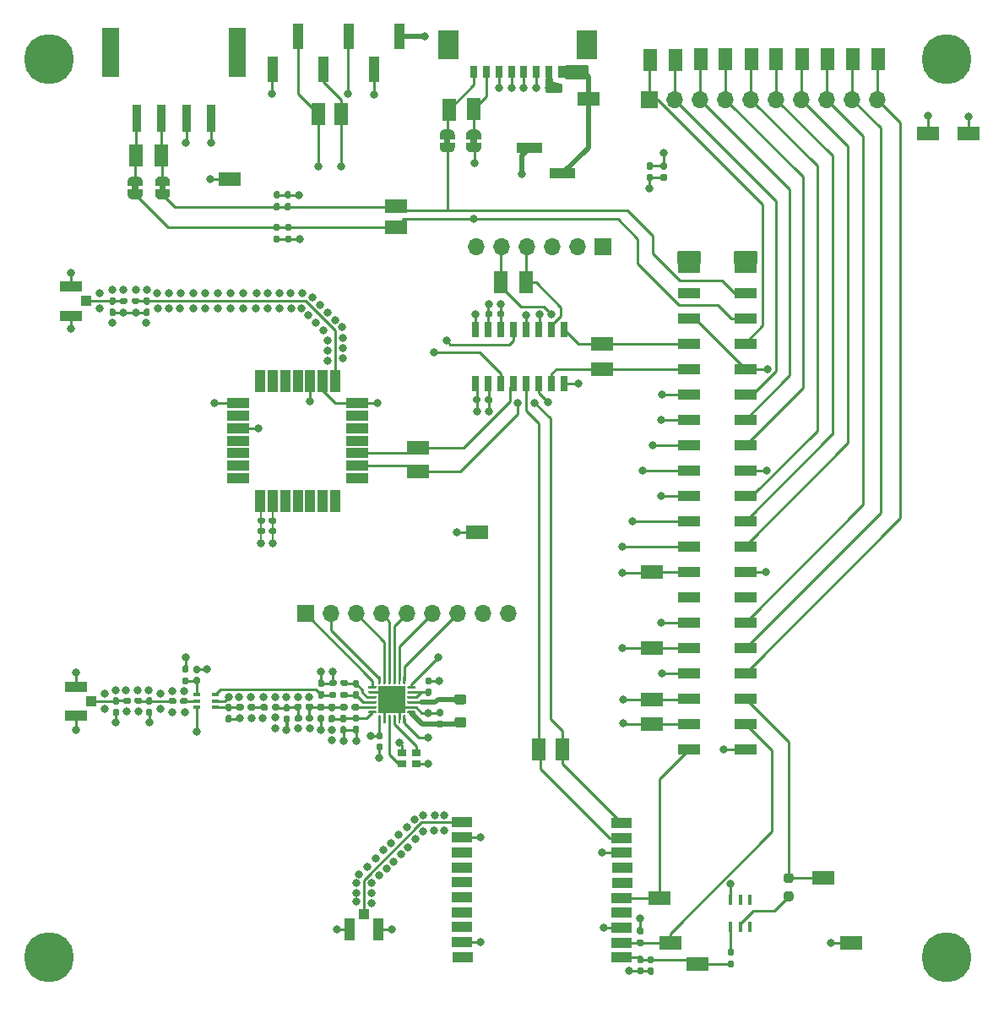
<source format=gbr>
%TF.GenerationSoftware,KiCad,Pcbnew,(5.1.12-1-10_14)*%
%TF.CreationDate,2022-02-15T12:56:50-08:00*%
%TF.ProjectId,g3_compute,67335f63-6f6d-4707-9574-652e6b696361,1*%
%TF.SameCoordinates,Original*%
%TF.FileFunction,Copper,L1,Top*%
%TF.FilePolarity,Positive*%
%FSLAX46Y46*%
G04 Gerber Fmt 4.6, Leading zero omitted, Abs format (unit mm)*
G04 Created by KiCad (PCBNEW (5.1.12-1-10_14)) date 2022-02-15 12:56:50*
%MOMM*%
%LPD*%
G01*
G04 APERTURE LIST*
%TA.AperFunction,EtchedComponent*%
%ADD10C,0.100000*%
%TD*%
%TA.AperFunction,SMDPad,CuDef*%
%ADD11R,1.000000X2.510000*%
%TD*%
%TA.AperFunction,SMDPad,CuDef*%
%ADD12R,1.050000X1.000000*%
%TD*%
%TA.AperFunction,SMDPad,CuDef*%
%ADD13R,2.200000X1.050000*%
%TD*%
%TA.AperFunction,SMDPad,CuDef*%
%ADD14R,1.000000X1.050000*%
%TD*%
%TA.AperFunction,SMDPad,CuDef*%
%ADD15R,1.050000X2.200000*%
%TD*%
%TA.AperFunction,SMDPad,CuDef*%
%ADD16R,2.200000X1.400000*%
%TD*%
%TA.AperFunction,SMDPad,CuDef*%
%ADD17R,1.400000X2.200000*%
%TD*%
%TA.AperFunction,SMDPad,CuDef*%
%ADD18R,2.510000X1.000000*%
%TD*%
%TA.AperFunction,SMDPad,CuDef*%
%ADD19R,2.220000X1.020000*%
%TD*%
%TA.AperFunction,SMDPad,CuDef*%
%ADD20R,0.900000X0.800000*%
%TD*%
%TA.AperFunction,SMDPad,CuDef*%
%ADD21R,0.650000X0.400000*%
%TD*%
%TA.AperFunction,SMDPad,CuDef*%
%ADD22R,2.700000X2.700000*%
%TD*%
%TA.AperFunction,SMDPad,CuDef*%
%ADD23R,2.000000X1.000000*%
%TD*%
%TA.AperFunction,SMDPad,CuDef*%
%ADD24R,2.300000X1.000000*%
%TD*%
%TA.AperFunction,SMDPad,CuDef*%
%ADD25R,1.000000X2.300000*%
%TD*%
%TA.AperFunction,SMDPad,CuDef*%
%ADD26R,0.457200X1.003300*%
%TD*%
%TA.AperFunction,SMDPad,CuDef*%
%ADD27C,0.100000*%
%TD*%
%TA.AperFunction,ComponentPad*%
%ADD28O,1.700000X1.700000*%
%TD*%
%TA.AperFunction,ComponentPad*%
%ADD29R,1.700000X1.700000*%
%TD*%
%TA.AperFunction,SMDPad,CuDef*%
%ADD30R,0.812800X2.794000*%
%TD*%
%TA.AperFunction,SMDPad,CuDef*%
%ADD31R,1.701800X5.003800*%
%TD*%
%TA.AperFunction,SMDPad,CuDef*%
%ADD32R,0.800000X1.300000*%
%TD*%
%TA.AperFunction,SMDPad,CuDef*%
%ADD33R,2.100000X3.000000*%
%TD*%
%TA.AperFunction,SMDPad,CuDef*%
%ADD34R,0.650000X1.525000*%
%TD*%
%TA.AperFunction,ComponentPad*%
%ADD35C,5.000000*%
%TD*%
%TA.AperFunction,ViaPad*%
%ADD36C,0.800000*%
%TD*%
%TA.AperFunction,Conductor*%
%ADD37C,0.250000*%
%TD*%
%TA.AperFunction,Conductor*%
%ADD38C,0.279400*%
%TD*%
%TA.AperFunction,Conductor*%
%ADD39C,0.200000*%
%TD*%
%TA.AperFunction,Conductor*%
%ADD40C,0.500000*%
%TD*%
%TA.AperFunction,Conductor*%
%ADD41C,0.254000*%
%TD*%
%TA.AperFunction,Conductor*%
%ADD42C,0.100000*%
%TD*%
G04 APERTURE END LIST*
D10*
%TO.C,JP104*%
G36*
X147300000Y-62900000D02*
G01*
X147300000Y-63400000D01*
X147900000Y-63400000D01*
X147900000Y-62900000D01*
X147300000Y-62900000D01*
G37*
%TO.C,JP103*%
G36*
X144650000Y-62900000D02*
G01*
X144650000Y-63400000D01*
X145250000Y-63400000D01*
X145250000Y-62900000D01*
X144650000Y-62900000D01*
G37*
%TO.C,JP102*%
G36*
X113350000Y-67600000D02*
G01*
X113350000Y-68100000D01*
X113950000Y-68100000D01*
X113950000Y-67600000D01*
X113350000Y-67600000D01*
G37*
%TO.C,JP101*%
G36*
X116100000Y-67600000D02*
G01*
X116100000Y-68100000D01*
X116700000Y-68100000D01*
X116700000Y-67600000D01*
X116100000Y-67600000D01*
G37*
%TD*%
D11*
%TO.P,J104,6*%
%TO.N,/CPPC_INT*%
X127440000Y-56000000D03*
%TO.P,J104,4*%
%TO.N,/CPPC_RX*%
X132520000Y-56000000D03*
%TO.P,J104,2*%
%TO.N,+3V3*%
X137600000Y-56000000D03*
%TO.P,J104,5*%
%TO.N,/CPPC_TX*%
X129980000Y-52690000D03*
%TO.P,J104,3*%
%TO.N,GND*%
X135060000Y-52690000D03*
%TO.P,J104,1*%
%TO.N,+5V*%
X140140000Y-52690000D03*
%TD*%
D12*
%TO.P,J110,2*%
%TO.N,/ANT*%
X108700000Y-79200000D03*
D13*
%TO.P,J110,1*%
%TO.N,GND*%
X107200000Y-80675000D03*
X107200000Y-77725000D03*
%TD*%
D14*
%TO.P,J109,2*%
%TO.N,Net-(J109-Pad2)*%
X136600000Y-140650000D03*
D15*
%TO.P,J109,1*%
%TO.N,GND*%
X138075000Y-142150000D03*
X135125000Y-142150000D03*
%TD*%
D12*
%TO.P,J108,2*%
%TO.N,/LoRa Module/ANT*%
X109250000Y-119300000D03*
D13*
%TO.P,J108,1*%
%TO.N,GND*%
X107750000Y-120775000D03*
X107750000Y-117825000D03*
%TD*%
D16*
%TO.P,TP140,1*%
%TO.N,GND*%
X185425000Y-143550000D03*
%TD*%
%TO.P,TP139,1*%
%TO.N,GND*%
X147925000Y-102375000D03*
%TD*%
%TO.P,TP138,1*%
%TO.N,GND*%
X123100000Y-66950000D03*
%TD*%
D17*
%TO.P,TP137,1*%
%TO.N,/LOAD_RX*%
X152850000Y-77300000D03*
%TD*%
%TO.P,TP136,1*%
%TO.N,/LOAD_TX*%
X150350000Y-77300000D03*
%TD*%
%TO.P,TP135,1*%
%TO.N,/PI_GPIO5*%
X183050000Y-55000000D03*
%TD*%
%TO.P,TP134,1*%
%TO.N,/PI_GPIO27*%
X170360000Y-54990000D03*
%TD*%
%TO.P,TP133,1*%
%TO.N,/PI_GPIO22*%
X172870000Y-54990000D03*
%TD*%
D16*
%TO.P,TP132,1*%
%TO.N,/MUX_SELB*%
X165450000Y-113950000D03*
%TD*%
%TO.P,TP131,1*%
%TO.N,/MUX_SELA*%
X165450000Y-106350000D03*
%TD*%
D17*
%TO.P,TP130,1*%
%TO.N,/PI_GPIO6*%
X185590000Y-54990000D03*
%TD*%
%TO.P,TP129,1*%
%TO.N,/PI_GPIO17*%
X167810000Y-55010000D03*
%TD*%
%TO.P,TP128,1*%
%TO.N,/PI_GPIO13*%
X188130000Y-55000000D03*
%TD*%
%TO.P,TP127,1*%
%TO.N,/PI_GPIO11*%
X180510000Y-54990000D03*
%TD*%
%TO.P,TP126,1*%
%TO.N,/PI_GPIO10*%
X175440000Y-54990000D03*
%TD*%
%TO.P,TP125,1*%
%TO.N,/PI_GPIO9*%
X177940000Y-54990000D03*
%TD*%
%TO.P,TP124,1*%
%TO.N,/PI_GPIO4*%
X165270000Y-55010000D03*
%TD*%
D16*
%TO.P,TP123,1*%
%TO.N,/~E5_BOOT*%
X165450000Y-121550000D03*
%TD*%
%TO.P,TP122,1*%
%TO.N,GND*%
X197250000Y-62400000D03*
%TD*%
%TO.P,TP121,1*%
%TO.N,+5V*%
X159100000Y-58950000D03*
%TD*%
%TO.P,TP120,1*%
%TO.N,+3V3*%
X193150000Y-62400000D03*
%TD*%
%TO.P,TP119,1*%
%TO.N,V_GPS*%
X170075000Y-145625000D03*
%TD*%
%TO.P,TP118,1*%
%TO.N,/PI_RXD0*%
X160450000Y-86000000D03*
%TD*%
%TO.P,TP117,1*%
%TO.N,/PI_TXD0*%
X160450000Y-83500000D03*
%TD*%
D17*
%TO.P,TP116,1*%
%TO.N,/PS_CC_SCL*%
X147600000Y-59950000D03*
%TD*%
%TO.P,TP115,1*%
%TO.N,/PS_CC_SDA*%
X145150000Y-60000000D03*
%TD*%
%TO.P,TP114,1*%
%TO.N,/Temp_SCL*%
X113750000Y-64650000D03*
%TD*%
%TO.P,TP113,1*%
%TO.N,/Temp_SDA*%
X116250000Y-64650000D03*
%TD*%
D16*
%TO.P,TP112,1*%
%TO.N,/PI_SCL*%
X139800000Y-71800000D03*
%TD*%
%TO.P,TP111,1*%
%TO.N,/PI_SDA*%
X139800000Y-69650000D03*
%TD*%
D17*
%TO.P,TP110,1*%
%TO.N,/CPPC_RX*%
X134300000Y-60500000D03*
%TD*%
%TO.P,TP109,1*%
%TO.N,/CPPC_TX*%
X132050000Y-60500000D03*
%TD*%
D16*
%TO.P,TP108,1*%
%TO.N,/GPS_3DFIX*%
X166250000Y-139000000D03*
%TD*%
%TO.P,TP107,1*%
%TO.N,/GPS_SW_EN*%
X182650000Y-137000000D03*
%TD*%
%TO.P,TP106,1*%
%TO.N,/~GPS_RESET*%
X167300000Y-143500000D03*
%TD*%
D17*
%TO.P,TP105,1*%
%TO.N,/GPS_RX*%
X156500000Y-124150000D03*
%TD*%
%TO.P,TP104,1*%
%TO.N,/GPS_TX*%
X154150000Y-124100000D03*
%TD*%
D16*
%TO.P,TP103,1*%
%TO.N,/~E5_RESET*%
X165450000Y-119100000D03*
%TD*%
%TO.P,TP102,1*%
%TO.N,/E5_RX*%
X142050000Y-96250000D03*
%TD*%
%TO.P,TP101,1*%
%TO.N,/E5_TX*%
X142050000Y-93900000D03*
%TD*%
D18*
%TO.P,J111,2*%
%TO.N,+5V*%
X156490000Y-66430000D03*
%TO.P,J111,1*%
%TO.N,Net-(J107-Pad3)*%
X153180000Y-63890000D03*
%TD*%
D19*
%TO.P,J106,40*%
%TO.N,/GPS_3DFIX*%
X169175000Y-124130000D03*
%TO.P,J106,39*%
%TO.N,GND*%
X174825000Y-124130000D03*
%TO.P,J106,38*%
%TO.N,/~E5_BOOT*%
X169175000Y-121590000D03*
%TO.P,J106,37*%
%TO.N,/~GPS_RESET*%
X174825000Y-121590000D03*
%TO.P,J106,36*%
%TO.N,/~E5_RESET*%
X169175000Y-119050000D03*
%TO.P,J106,35*%
%TO.N,/GPS_SW_EN*%
X174825000Y-119050000D03*
%TO.P,J106,34*%
%TO.N,GND*%
X169175000Y-116510000D03*
%TO.P,J106,33*%
%TO.N,/PI_GPIO13*%
X174825000Y-116510000D03*
%TO.P,J106,32*%
%TO.N,/MUX_SELB*%
X169175000Y-113970000D03*
%TO.P,J106,31*%
%TO.N,/PI_GPIO6*%
X174825000Y-113970000D03*
%TO.P,J106,30*%
%TO.N,GND*%
X169175000Y-111430000D03*
%TO.P,J106,29*%
%TO.N,/PI_GPIO5*%
X174825000Y-111430000D03*
%TO.P,J106,28*%
%TO.N,Net-(J106-Pad28)*%
X169175000Y-108890000D03*
%TO.P,J106,27*%
%TO.N,Net-(J106-Pad27)*%
X174825000Y-108890000D03*
%TO.P,J106,26*%
%TO.N,/MUX_SELA*%
X169175000Y-106350000D03*
%TO.P,J106,25*%
%TO.N,GND*%
X174825000Y-106350000D03*
%TO.P,J106,24*%
%TO.N,/CPPC_INT*%
X169175000Y-103810000D03*
%TO.P,J106,23*%
%TO.N,/PI_GPIO11*%
X174825000Y-103810000D03*
%TO.P,J106,22*%
%TO.N,/~PS_CC_QON*%
X169175000Y-101270000D03*
%TO.P,J106,21*%
%TO.N,/PI_GPIO9*%
X174825000Y-101270000D03*
%TO.P,J106,20*%
%TO.N,GND*%
X169175000Y-98730000D03*
%TO.P,J106,19*%
%TO.N,/PI_GPIO10*%
X174825000Y-98730000D03*
%TO.P,J106,18*%
%TO.N,/~PS_CC_CE*%
X169175000Y-96190000D03*
%TO.P,J106,17*%
%TO.N,+3V3*%
X174825000Y-96190000D03*
%TO.P,J106,16*%
%TO.N,/~PS_CC_INT*%
X169175000Y-93650000D03*
%TO.P,J106,15*%
%TO.N,/PI_GPIO22*%
X174825000Y-93650000D03*
%TO.P,J106,14*%
%TO.N,GND*%
X169175000Y-91110000D03*
%TO.P,J106,13*%
%TO.N,/PI_GPIO27*%
X174825000Y-91110000D03*
%TO.P,J106,12*%
%TO.N,/PS_BOOST_PS*%
X169175000Y-88570000D03*
%TO.P,J106,11*%
%TO.N,/PI_GPIO17*%
X174825000Y-88570000D03*
%TO.P,J106,10*%
%TO.N,/PI_RXD0*%
X169175000Y-86030000D03*
%TO.P,J106,9*%
%TO.N,GND*%
X174825000Y-86030000D03*
%TO.P,J106,8*%
%TO.N,/PI_TXD0*%
X169175000Y-83490000D03*
%TO.P,J106,7*%
%TO.N,/PI_GPIO4*%
X174825000Y-83490000D03*
%TO.P,J106,6*%
%TO.N,GND*%
X169175000Y-80950000D03*
%TO.P,J106,5*%
%TO.N,/PI_SCL*%
X174825000Y-80950000D03*
%TO.P,J106,4*%
%TO.N,Net-(J106-Pad4)*%
X169175000Y-78410000D03*
%TO.P,J106,3*%
%TO.N,/PI_SDA*%
X174825000Y-78410000D03*
%TO.P,J106,2*%
%TO.N,+5V*%
X169175000Y-75870000D03*
%TO.P,J106,1*%
%TO.N,+3V3*%
X174825000Y-75870000D03*
%TD*%
D20*
%TO.P,Y201,4*%
%TO.N,GND*%
X141820000Y-125570000D03*
%TO.P,Y201,3*%
%TO.N,Net-(U201-Pad3)*%
X140420000Y-125570000D03*
%TO.P,Y201,2*%
%TO.N,GND*%
X140420000Y-124470000D03*
%TO.P,Y201,1*%
%TO.N,Net-(U201-Pad4)*%
X141820000Y-124470000D03*
%TD*%
D21*
%TO.P,U202,6*%
%TO.N,+3V3*%
X119825000Y-119925000D03*
%TO.P,U202,4*%
%TO.N,Net-(C214-Pad1)*%
X119825000Y-118625000D03*
%TO.P,U202,2*%
%TO.N,GND*%
X121725000Y-119275000D03*
%TO.P,U202,5*%
%TO.N,Net-(C215-Pad1)*%
X119825000Y-119275000D03*
%TO.P,U202,3*%
%TO.N,Net-(C208-Pad2)*%
X121725000Y-118625000D03*
%TO.P,U202,1*%
%TO.N,Net-(C213-Pad1)*%
X121725000Y-119925000D03*
%TD*%
D22*
%TO.P,U201,25*%
%TO.N,GND*%
X139400000Y-119150000D03*
%TO.P,U201,24*%
%TO.N,Net-(C204-Pad1)*%
%TA.AperFunction,SMDPad,CuDef*%
G36*
G01*
X137787500Y-120525000D02*
X137087500Y-120525000D01*
G75*
G02*
X137025000Y-120462500I0J62500D01*
G01*
X137025000Y-120337500D01*
G75*
G02*
X137087500Y-120275000I62500J0D01*
G01*
X137787500Y-120275000D01*
G75*
G02*
X137850000Y-120337500I0J-62500D01*
G01*
X137850000Y-120462500D01*
G75*
G02*
X137787500Y-120525000I-62500J0D01*
G01*
G37*
%TD.AperFunction*%
%TO.P,U201,23*%
%TO.N,Net-(L202-Pad1)*%
%TA.AperFunction,SMDPad,CuDef*%
G36*
G01*
X137787500Y-120025000D02*
X137087500Y-120025000D01*
G75*
G02*
X137025000Y-119962500I0J62500D01*
G01*
X137025000Y-119837500D01*
G75*
G02*
X137087500Y-119775000I62500J0D01*
G01*
X137787500Y-119775000D01*
G75*
G02*
X137850000Y-119837500I0J-62500D01*
G01*
X137850000Y-119962500D01*
G75*
G02*
X137787500Y-120025000I-62500J0D01*
G01*
G37*
%TD.AperFunction*%
%TO.P,U201,22*%
%TO.N,Net-(C208-Pad1)*%
%TA.AperFunction,SMDPad,CuDef*%
G36*
G01*
X137787500Y-119525000D02*
X137087500Y-119525000D01*
G75*
G02*
X137025000Y-119462500I0J62500D01*
G01*
X137025000Y-119337500D01*
G75*
G02*
X137087500Y-119275000I62500J0D01*
G01*
X137787500Y-119275000D01*
G75*
G02*
X137850000Y-119337500I0J-62500D01*
G01*
X137850000Y-119462500D01*
G75*
G02*
X137787500Y-119525000I-62500J0D01*
G01*
G37*
%TD.AperFunction*%
%TO.P,U201,21*%
%TO.N,Net-(C206-Pad1)*%
%TA.AperFunction,SMDPad,CuDef*%
G36*
G01*
X137787500Y-119025000D02*
X137087500Y-119025000D01*
G75*
G02*
X137025000Y-118962500I0J62500D01*
G01*
X137025000Y-118837500D01*
G75*
G02*
X137087500Y-118775000I62500J0D01*
G01*
X137787500Y-118775000D01*
G75*
G02*
X137850000Y-118837500I0J-62500D01*
G01*
X137850000Y-118962500D01*
G75*
G02*
X137787500Y-119025000I-62500J0D01*
G01*
G37*
%TD.AperFunction*%
%TO.P,U201,20*%
%TO.N,GND*%
%TA.AperFunction,SMDPad,CuDef*%
G36*
G01*
X137787500Y-118525000D02*
X137087500Y-118525000D01*
G75*
G02*
X137025000Y-118462500I0J62500D01*
G01*
X137025000Y-118337500D01*
G75*
G02*
X137087500Y-118275000I62500J0D01*
G01*
X137787500Y-118275000D01*
G75*
G02*
X137850000Y-118337500I0J-62500D01*
G01*
X137850000Y-118462500D01*
G75*
G02*
X137787500Y-118525000I-62500J0D01*
G01*
G37*
%TD.AperFunction*%
%TO.P,U201,19*%
%TO.N,/~SX_CS*%
%TA.AperFunction,SMDPad,CuDef*%
G36*
G01*
X137787500Y-118025000D02*
X137087500Y-118025000D01*
G75*
G02*
X137025000Y-117962500I0J62500D01*
G01*
X137025000Y-117837500D01*
G75*
G02*
X137087500Y-117775000I62500J0D01*
G01*
X137787500Y-117775000D01*
G75*
G02*
X137850000Y-117837500I0J-62500D01*
G01*
X137850000Y-117962500D01*
G75*
G02*
X137787500Y-118025000I-62500J0D01*
G01*
G37*
%TD.AperFunction*%
%TO.P,U201,18*%
%TO.N,/SX_SCK*%
%TA.AperFunction,SMDPad,CuDef*%
G36*
G01*
X138212500Y-117600000D02*
X138087500Y-117600000D01*
G75*
G02*
X138025000Y-117537500I0J62500D01*
G01*
X138025000Y-116837500D01*
G75*
G02*
X138087500Y-116775000I62500J0D01*
G01*
X138212500Y-116775000D01*
G75*
G02*
X138275000Y-116837500I0J-62500D01*
G01*
X138275000Y-117537500D01*
G75*
G02*
X138212500Y-117600000I-62500J0D01*
G01*
G37*
%TD.AperFunction*%
%TO.P,U201,17*%
%TO.N,/SX_SDI*%
%TA.AperFunction,SMDPad,CuDef*%
G36*
G01*
X138712500Y-117600000D02*
X138587500Y-117600000D01*
G75*
G02*
X138525000Y-117537500I0J62500D01*
G01*
X138525000Y-116837500D01*
G75*
G02*
X138587500Y-116775000I62500J0D01*
G01*
X138712500Y-116775000D01*
G75*
G02*
X138775000Y-116837500I0J-62500D01*
G01*
X138775000Y-117537500D01*
G75*
G02*
X138712500Y-117600000I-62500J0D01*
G01*
G37*
%TD.AperFunction*%
%TO.P,U201,16*%
%TO.N,/SX_SDO*%
%TA.AperFunction,SMDPad,CuDef*%
G36*
G01*
X139212500Y-117600000D02*
X139087500Y-117600000D01*
G75*
G02*
X139025000Y-117537500I0J62500D01*
G01*
X139025000Y-116837500D01*
G75*
G02*
X139087500Y-116775000I62500J0D01*
G01*
X139212500Y-116775000D01*
G75*
G02*
X139275000Y-116837500I0J-62500D01*
G01*
X139275000Y-117537500D01*
G75*
G02*
X139212500Y-117600000I-62500J0D01*
G01*
G37*
%TD.AperFunction*%
%TO.P,U201,15*%
%TO.N,/~SX_RESET*%
%TA.AperFunction,SMDPad,CuDef*%
G36*
G01*
X139712500Y-117600000D02*
X139587500Y-117600000D01*
G75*
G02*
X139525000Y-117537500I0J62500D01*
G01*
X139525000Y-116837500D01*
G75*
G02*
X139587500Y-116775000I62500J0D01*
G01*
X139712500Y-116775000D01*
G75*
G02*
X139775000Y-116837500I0J-62500D01*
G01*
X139775000Y-117537500D01*
G75*
G02*
X139712500Y-117600000I-62500J0D01*
G01*
G37*
%TD.AperFunction*%
%TO.P,U201,14*%
%TO.N,/SX_BUSY*%
%TA.AperFunction,SMDPad,CuDef*%
G36*
G01*
X140212500Y-117600000D02*
X140087500Y-117600000D01*
G75*
G02*
X140025000Y-117537500I0J62500D01*
G01*
X140025000Y-116837500D01*
G75*
G02*
X140087500Y-116775000I62500J0D01*
G01*
X140212500Y-116775000D01*
G75*
G02*
X140275000Y-116837500I0J-62500D01*
G01*
X140275000Y-117537500D01*
G75*
G02*
X140212500Y-117600000I-62500J0D01*
G01*
G37*
%TD.AperFunction*%
%TO.P,U201,13*%
%TO.N,/SX_DIO1*%
%TA.AperFunction,SMDPad,CuDef*%
G36*
G01*
X140712500Y-117600000D02*
X140587500Y-117600000D01*
G75*
G02*
X140525000Y-117537500I0J62500D01*
G01*
X140525000Y-116837500D01*
G75*
G02*
X140587500Y-116775000I62500J0D01*
G01*
X140712500Y-116775000D01*
G75*
G02*
X140775000Y-116837500I0J-62500D01*
G01*
X140775000Y-117537500D01*
G75*
G02*
X140712500Y-117600000I-62500J0D01*
G01*
G37*
%TD.AperFunction*%
%TO.P,U201,12*%
%TO.N,/SX_DIO2*%
%TA.AperFunction,SMDPad,CuDef*%
G36*
G01*
X141712500Y-118025000D02*
X141012500Y-118025000D01*
G75*
G02*
X140950000Y-117962500I0J62500D01*
G01*
X140950000Y-117837500D01*
G75*
G02*
X141012500Y-117775000I62500J0D01*
G01*
X141712500Y-117775000D01*
G75*
G02*
X141775000Y-117837500I0J-62500D01*
G01*
X141775000Y-117962500D01*
G75*
G02*
X141712500Y-118025000I-62500J0D01*
G01*
G37*
%TD.AperFunction*%
%TO.P,U201,11*%
%TO.N,Net-(C202-Pad1)*%
%TA.AperFunction,SMDPad,CuDef*%
G36*
G01*
X141712500Y-118525000D02*
X141012500Y-118525000D01*
G75*
G02*
X140950000Y-118462500I0J62500D01*
G01*
X140950000Y-118337500D01*
G75*
G02*
X141012500Y-118275000I62500J0D01*
G01*
X141712500Y-118275000D01*
G75*
G02*
X141775000Y-118337500I0J-62500D01*
G01*
X141775000Y-118462500D01*
G75*
G02*
X141712500Y-118525000I-62500J0D01*
G01*
G37*
%TD.AperFunction*%
%TO.P,U201,10*%
%TA.AperFunction,SMDPad,CuDef*%
G36*
G01*
X141712500Y-119025000D02*
X141012500Y-119025000D01*
G75*
G02*
X140950000Y-118962500I0J62500D01*
G01*
X140950000Y-118837500D01*
G75*
G02*
X141012500Y-118775000I62500J0D01*
G01*
X141712500Y-118775000D01*
G75*
G02*
X141775000Y-118837500I0J-62500D01*
G01*
X141775000Y-118962500D01*
G75*
G02*
X141712500Y-119025000I-62500J0D01*
G01*
G37*
%TD.AperFunction*%
%TO.P,U201,9*%
%TO.N,Net-(L201-Pad2)*%
%TA.AperFunction,SMDPad,CuDef*%
G36*
G01*
X141712500Y-119525000D02*
X141012500Y-119525000D01*
G75*
G02*
X140950000Y-119462500I0J62500D01*
G01*
X140950000Y-119337500D01*
G75*
G02*
X141012500Y-119275000I62500J0D01*
G01*
X141712500Y-119275000D01*
G75*
G02*
X141775000Y-119337500I0J-62500D01*
G01*
X141775000Y-119462500D01*
G75*
G02*
X141712500Y-119525000I-62500J0D01*
G01*
G37*
%TD.AperFunction*%
%TO.P,U201,8*%
%TO.N,GND*%
%TA.AperFunction,SMDPad,CuDef*%
G36*
G01*
X141712500Y-120025000D02*
X141012500Y-120025000D01*
G75*
G02*
X140950000Y-119962500I0J62500D01*
G01*
X140950000Y-119837500D01*
G75*
G02*
X141012500Y-119775000I62500J0D01*
G01*
X141712500Y-119775000D01*
G75*
G02*
X141775000Y-119837500I0J-62500D01*
G01*
X141775000Y-119962500D01*
G75*
G02*
X141712500Y-120025000I-62500J0D01*
G01*
G37*
%TD.AperFunction*%
%TO.P,U201,7*%
%TO.N,Net-(C201-Pad1)*%
%TA.AperFunction,SMDPad,CuDef*%
G36*
G01*
X141712500Y-120525000D02*
X141012500Y-120525000D01*
G75*
G02*
X140950000Y-120462500I0J62500D01*
G01*
X140950000Y-120337500D01*
G75*
G02*
X141012500Y-120275000I62500J0D01*
G01*
X141712500Y-120275000D01*
G75*
G02*
X141775000Y-120337500I0J-62500D01*
G01*
X141775000Y-120462500D01*
G75*
G02*
X141712500Y-120525000I-62500J0D01*
G01*
G37*
%TD.AperFunction*%
%TO.P,U201,6*%
%TO.N,/SX_DIO3*%
%TA.AperFunction,SMDPad,CuDef*%
G36*
G01*
X140712500Y-121525000D02*
X140587500Y-121525000D01*
G75*
G02*
X140525000Y-121462500I0J62500D01*
G01*
X140525000Y-120762500D01*
G75*
G02*
X140587500Y-120700000I62500J0D01*
G01*
X140712500Y-120700000D01*
G75*
G02*
X140775000Y-120762500I0J-62500D01*
G01*
X140775000Y-121462500D01*
G75*
G02*
X140712500Y-121525000I-62500J0D01*
G01*
G37*
%TD.AperFunction*%
%TO.P,U201,5*%
%TO.N,GND*%
%TA.AperFunction,SMDPad,CuDef*%
G36*
G01*
X140212500Y-121525000D02*
X140087500Y-121525000D01*
G75*
G02*
X140025000Y-121462500I0J62500D01*
G01*
X140025000Y-120762500D01*
G75*
G02*
X140087500Y-120700000I62500J0D01*
G01*
X140212500Y-120700000D01*
G75*
G02*
X140275000Y-120762500I0J-62500D01*
G01*
X140275000Y-121462500D01*
G75*
G02*
X140212500Y-121525000I-62500J0D01*
G01*
G37*
%TD.AperFunction*%
%TO.P,U201,4*%
%TO.N,Net-(U201-Pad4)*%
%TA.AperFunction,SMDPad,CuDef*%
G36*
G01*
X139712500Y-121525000D02*
X139587500Y-121525000D01*
G75*
G02*
X139525000Y-121462500I0J62500D01*
G01*
X139525000Y-120762500D01*
G75*
G02*
X139587500Y-120700000I62500J0D01*
G01*
X139712500Y-120700000D01*
G75*
G02*
X139775000Y-120762500I0J-62500D01*
G01*
X139775000Y-121462500D01*
G75*
G02*
X139712500Y-121525000I-62500J0D01*
G01*
G37*
%TD.AperFunction*%
%TO.P,U201,3*%
%TO.N,Net-(U201-Pad3)*%
%TA.AperFunction,SMDPad,CuDef*%
G36*
G01*
X139212500Y-121525000D02*
X139087500Y-121525000D01*
G75*
G02*
X139025000Y-121462500I0J62500D01*
G01*
X139025000Y-120762500D01*
G75*
G02*
X139087500Y-120700000I62500J0D01*
G01*
X139212500Y-120700000D01*
G75*
G02*
X139275000Y-120762500I0J-62500D01*
G01*
X139275000Y-121462500D01*
G75*
G02*
X139212500Y-121525000I-62500J0D01*
G01*
G37*
%TD.AperFunction*%
%TO.P,U201,2*%
%TO.N,GND*%
%TA.AperFunction,SMDPad,CuDef*%
G36*
G01*
X138712500Y-121525000D02*
X138587500Y-121525000D01*
G75*
G02*
X138525000Y-121462500I0J62500D01*
G01*
X138525000Y-120762500D01*
G75*
G02*
X138587500Y-120700000I62500J0D01*
G01*
X138712500Y-120700000D01*
G75*
G02*
X138775000Y-120762500I0J-62500D01*
G01*
X138775000Y-121462500D01*
G75*
G02*
X138712500Y-121525000I-62500J0D01*
G01*
G37*
%TD.AperFunction*%
%TO.P,U201,1*%
%TO.N,+3V3*%
%TA.AperFunction,SMDPad,CuDef*%
G36*
G01*
X138212500Y-121525000D02*
X138087500Y-121525000D01*
G75*
G02*
X138025000Y-121462500I0J62500D01*
G01*
X138025000Y-120762500D01*
G75*
G02*
X138087500Y-120700000I62500J0D01*
G01*
X138212500Y-120700000D01*
G75*
G02*
X138275000Y-120762500I0J-62500D01*
G01*
X138275000Y-121462500D01*
G75*
G02*
X138212500Y-121525000I-62500J0D01*
G01*
G37*
%TD.AperFunction*%
%TD*%
D23*
%TO.P,U102,20*%
%TO.N,Net-(U102-Pad20)*%
X146500000Y-144950000D03*
%TO.P,U102,19*%
%TO.N,GND*%
X146450000Y-143450000D03*
%TO.P,U102,18*%
%TO.N,Net-(U102-Pad18)*%
X146450000Y-141950000D03*
%TO.P,U102,17*%
%TO.N,Net-(U102-Pad17)*%
X146450000Y-140450000D03*
%TO.P,U102,16*%
%TO.N,Net-(U102-Pad16)*%
X146450000Y-138950000D03*
%TO.P,U102,15*%
%TO.N,Net-(U102-Pad15)*%
X146450000Y-137450000D03*
%TO.P,U102,14*%
%TO.N,Net-(U102-Pad14)*%
X146450000Y-135950000D03*
%TO.P,U102,13*%
%TO.N,Net-(U102-Pad13)*%
X146450000Y-134450000D03*
%TO.P,U102,12*%
%TO.N,GND*%
X146450000Y-132950000D03*
%TO.P,U102,11*%
%TO.N,Net-(J109-Pad2)*%
X146450000Y-131450000D03*
%TO.P,U102,10*%
%TO.N,/GPS_RX*%
X162450000Y-131500000D03*
%TO.P,U102,9*%
%TO.N,/GPS_TX*%
X162450000Y-133000000D03*
%TO.P,U102,8*%
%TO.N,GND*%
X162450000Y-134500000D03*
%TO.P,U102,7*%
%TO.N,Net-(U102-Pad7)*%
X162500000Y-136000000D03*
%TO.P,U102,6*%
%TO.N,Net-(U102-Pad6)*%
X162500000Y-137500000D03*
%TO.P,U102,5*%
%TO.N,/GPS_3DFIX*%
X162450000Y-139000000D03*
%TO.P,U102,4*%
%TO.N,Net-(U102-Pad4)*%
X162450000Y-140500000D03*
%TO.P,U102,3*%
%TO.N,GND*%
X162450000Y-142000000D03*
%TO.P,U102,2*%
%TO.N,/~GPS_RESET*%
X162450000Y-143500000D03*
%TO.P,U102,1*%
%TO.N,V_GPS*%
X162450000Y-145000000D03*
%TD*%
D24*
%TO.P,U101,28*%
%TO.N,Net-(U101-Pad28)*%
X123950000Y-96950000D03*
%TO.P,U101,27*%
%TO.N,Net-(U101-Pad27)*%
X123950000Y-95700000D03*
%TO.P,U101,26*%
%TO.N,Net-(U101-Pad26)*%
X123950000Y-94450000D03*
%TO.P,U101,22*%
%TO.N,GND*%
X123950000Y-89450000D03*
%TO.P,U101,23*%
%TO.N,Net-(U101-Pad23)*%
X123950000Y-90700000D03*
%TO.P,U101,24*%
%TO.N,/~E5_BOOT*%
X123950000Y-91950000D03*
%TO.P,U101,25*%
%TO.N,Net-(U101-Pad25)*%
X123950000Y-93200000D03*
D25*
%TO.P,U101,21*%
%TO.N,Net-(U101-Pad21)*%
X126200000Y-87200000D03*
%TO.P,U101,20*%
%TO.N,Net-(U101-Pad20)*%
X127450000Y-87200000D03*
%TO.P,U101,19*%
%TO.N,Net-(U101-Pad19)*%
X128700000Y-87200000D03*
%TO.P,U101,15*%
%TO.N,/E5_RFIO*%
X133700000Y-87200000D03*
%TO.P,U101,16*%
%TO.N,GND*%
X132450000Y-87200000D03*
%TO.P,U101,17*%
%TO.N,/~E5_RESET*%
X131200000Y-87200000D03*
%TO.P,U101,18*%
%TO.N,Net-(U101-Pad18)*%
X129950000Y-87200000D03*
D24*
%TO.P,U101,14*%
%TO.N,GND*%
X135950000Y-89450000D03*
%TO.P,U101,13*%
%TO.N,Net-(U101-Pad13)*%
X135950000Y-90700000D03*
%TO.P,U101,12*%
%TO.N,Net-(U101-Pad12)*%
X135950000Y-91950000D03*
%TO.P,U101,8*%
%TO.N,Net-(U101-Pad8)*%
X135950000Y-96950000D03*
%TO.P,U101,9*%
%TO.N,/E5_RX*%
X135950000Y-95700000D03*
%TO.P,U101,10*%
%TO.N,/E5_TX*%
X135950000Y-94450000D03*
%TO.P,U101,11*%
%TO.N,Net-(U101-Pad11)*%
X135950000Y-93200000D03*
D25*
%TO.P,U101,7*%
%TO.N,Net-(U101-Pad7)*%
X133700000Y-99200000D03*
%TO.P,U101,6*%
%TO.N,Net-(U101-Pad6)*%
X132450000Y-99200000D03*
%TO.P,U101,5*%
%TO.N,Net-(U101-Pad5)*%
X131200000Y-99200000D03*
%TO.P,U101,1*%
%TO.N,+3V3*%
X126200000Y-99200000D03*
%TO.P,U101,2*%
%TO.N,GND*%
X127450000Y-99200000D03*
%TO.P,U101,3*%
%TO.N,Net-(U101-Pad3)*%
X128700000Y-99200000D03*
%TO.P,U101,4*%
%TO.N,Net-(U101-Pad4)*%
X129950000Y-99200000D03*
%TD*%
%TO.P,R201,2*%
%TO.N,/SX_DIO2*%
%TA.AperFunction,SMDPad,CuDef*%
G36*
G01*
X118860000Y-116420000D02*
X118540000Y-116420000D01*
G75*
G02*
X118380000Y-116260000I0J160000D01*
G01*
X118380000Y-115865000D01*
G75*
G02*
X118540000Y-115705000I160000J0D01*
G01*
X118860000Y-115705000D01*
G75*
G02*
X119020000Y-115865000I0J-160000D01*
G01*
X119020000Y-116260000D01*
G75*
G02*
X118860000Y-116420000I-160000J0D01*
G01*
G37*
%TD.AperFunction*%
%TO.P,R201,1*%
%TO.N,Net-(C214-Pad1)*%
%TA.AperFunction,SMDPad,CuDef*%
G36*
G01*
X118860000Y-117615000D02*
X118540000Y-117615000D01*
G75*
G02*
X118380000Y-117455000I0J160000D01*
G01*
X118380000Y-117060000D01*
G75*
G02*
X118540000Y-116900000I160000J0D01*
G01*
X118860000Y-116900000D01*
G75*
G02*
X119020000Y-117060000I0J-160000D01*
G01*
X119020000Y-117455000D01*
G75*
G02*
X118860000Y-117615000I-160000J0D01*
G01*
G37*
%TD.AperFunction*%
%TD*%
%TO.P,R109,2*%
%TO.N,/MUX_SELA*%
%TA.AperFunction,SMDPad,CuDef*%
G36*
G01*
X149942500Y-80660000D02*
X149942500Y-80340000D01*
G75*
G02*
X150102500Y-80180000I160000J0D01*
G01*
X150497500Y-80180000D01*
G75*
G02*
X150657500Y-80340000I0J-160000D01*
G01*
X150657500Y-80660000D01*
G75*
G02*
X150497500Y-80820000I-160000J0D01*
G01*
X150102500Y-80820000D01*
G75*
G02*
X149942500Y-80660000I0J160000D01*
G01*
G37*
%TD.AperFunction*%
%TO.P,R109,1*%
%TO.N,GND*%
%TA.AperFunction,SMDPad,CuDef*%
G36*
G01*
X148747500Y-80660000D02*
X148747500Y-80340000D01*
G75*
G02*
X148907500Y-80180000I160000J0D01*
G01*
X149302500Y-80180000D01*
G75*
G02*
X149462500Y-80340000I0J-160000D01*
G01*
X149462500Y-80660000D01*
G75*
G02*
X149302500Y-80820000I-160000J0D01*
G01*
X148907500Y-80820000D01*
G75*
G02*
X148747500Y-80660000I0J160000D01*
G01*
G37*
%TD.AperFunction*%
%TD*%
%TO.P,R108,2*%
%TO.N,/MUX_SELB*%
%TA.AperFunction,SMDPad,CuDef*%
G36*
G01*
X148742500Y-89260000D02*
X148742500Y-88940000D01*
G75*
G02*
X148902500Y-88780000I160000J0D01*
G01*
X149297500Y-88780000D01*
G75*
G02*
X149457500Y-88940000I0J-160000D01*
G01*
X149457500Y-89260000D01*
G75*
G02*
X149297500Y-89420000I-160000J0D01*
G01*
X148902500Y-89420000D01*
G75*
G02*
X148742500Y-89260000I0J160000D01*
G01*
G37*
%TD.AperFunction*%
%TO.P,R108,1*%
%TO.N,GND*%
%TA.AperFunction,SMDPad,CuDef*%
G36*
G01*
X147547500Y-89260000D02*
X147547500Y-88940000D01*
G75*
G02*
X147707500Y-88780000I160000J0D01*
G01*
X148102500Y-88780000D01*
G75*
G02*
X148262500Y-88940000I0J-160000D01*
G01*
X148262500Y-89260000D01*
G75*
G02*
X148102500Y-89420000I-160000J0D01*
G01*
X147707500Y-89420000D01*
G75*
G02*
X147547500Y-89260000I0J160000D01*
G01*
G37*
%TD.AperFunction*%
%TD*%
%TO.P,R107,2*%
%TO.N,/ANT*%
%TA.AperFunction,SMDPad,CuDef*%
G36*
G01*
X112857500Y-79040000D02*
X112857500Y-79360000D01*
G75*
G02*
X112697500Y-79520000I-160000J0D01*
G01*
X112302500Y-79520000D01*
G75*
G02*
X112142500Y-79360000I0J160000D01*
G01*
X112142500Y-79040000D01*
G75*
G02*
X112302500Y-78880000I160000J0D01*
G01*
X112697500Y-78880000D01*
G75*
G02*
X112857500Y-79040000I0J-160000D01*
G01*
G37*
%TD.AperFunction*%
%TO.P,R107,1*%
%TO.N,/E5_RFIO*%
%TA.AperFunction,SMDPad,CuDef*%
G36*
G01*
X114052500Y-79040000D02*
X114052500Y-79360000D01*
G75*
G02*
X113892500Y-79520000I-160000J0D01*
G01*
X113497500Y-79520000D01*
G75*
G02*
X113337500Y-79360000I0J160000D01*
G01*
X113337500Y-79040000D01*
G75*
G02*
X113497500Y-78880000I160000J0D01*
G01*
X113892500Y-78880000D01*
G75*
G02*
X114052500Y-79040000I0J-160000D01*
G01*
G37*
%TD.AperFunction*%
%TD*%
%TO.P,R106,1*%
%TO.N,Net-(Q101-Pad2)*%
%TA.AperFunction,SMDPad,CuDef*%
G36*
G01*
X179412500Y-139337500D02*
X178937500Y-139337500D01*
G75*
G02*
X178700000Y-139100000I0J237500D01*
G01*
X178700000Y-138600000D01*
G75*
G02*
X178937500Y-138362500I237500J0D01*
G01*
X179412500Y-138362500D01*
G75*
G02*
X179650000Y-138600000I0J-237500D01*
G01*
X179650000Y-139100000D01*
G75*
G02*
X179412500Y-139337500I-237500J0D01*
G01*
G37*
%TD.AperFunction*%
%TO.P,R106,2*%
%TO.N,/GPS_SW_EN*%
%TA.AperFunction,SMDPad,CuDef*%
G36*
G01*
X179412500Y-137512500D02*
X178937500Y-137512500D01*
G75*
G02*
X178700000Y-137275000I0J237500D01*
G01*
X178700000Y-136775000D01*
G75*
G02*
X178937500Y-136537500I237500J0D01*
G01*
X179412500Y-136537500D01*
G75*
G02*
X179650000Y-136775000I0J-237500D01*
G01*
X179650000Y-137275000D01*
G75*
G02*
X179412500Y-137512500I-237500J0D01*
G01*
G37*
%TD.AperFunction*%
%TD*%
%TO.P,R105,1*%
%TO.N,/~GPS_RESET*%
%TA.AperFunction,SMDPad,CuDef*%
G36*
G01*
X164460000Y-143857500D02*
X164140000Y-143857500D01*
G75*
G02*
X163980000Y-143697500I0J160000D01*
G01*
X163980000Y-143302500D01*
G75*
G02*
X164140000Y-143142500I160000J0D01*
G01*
X164460000Y-143142500D01*
G75*
G02*
X164620000Y-143302500I0J-160000D01*
G01*
X164620000Y-143697500D01*
G75*
G02*
X164460000Y-143857500I-160000J0D01*
G01*
G37*
%TD.AperFunction*%
%TO.P,R105,2*%
%TO.N,+3V3*%
%TA.AperFunction,SMDPad,CuDef*%
G36*
G01*
X164460000Y-142662500D02*
X164140000Y-142662500D01*
G75*
G02*
X163980000Y-142502500I0J160000D01*
G01*
X163980000Y-142107500D01*
G75*
G02*
X164140000Y-141947500I160000J0D01*
G01*
X164460000Y-141947500D01*
G75*
G02*
X164620000Y-142107500I0J-160000D01*
G01*
X164620000Y-142502500D01*
G75*
G02*
X164460000Y-142662500I-160000J0D01*
G01*
G37*
%TD.AperFunction*%
%TD*%
%TO.P,R104,2*%
%TO.N,+3V3*%
%TA.AperFunction,SMDPad,CuDef*%
G36*
G01*
X127690000Y-72637500D02*
X128010000Y-72637500D01*
G75*
G02*
X128170000Y-72797500I0J-160000D01*
G01*
X128170000Y-73192500D01*
G75*
G02*
X128010000Y-73352500I-160000J0D01*
G01*
X127690000Y-73352500D01*
G75*
G02*
X127530000Y-73192500I0J160000D01*
G01*
X127530000Y-72797500D01*
G75*
G02*
X127690000Y-72637500I160000J0D01*
G01*
G37*
%TD.AperFunction*%
%TO.P,R104,1*%
%TO.N,/PI_SCL*%
%TA.AperFunction,SMDPad,CuDef*%
G36*
G01*
X127690000Y-71442500D02*
X128010000Y-71442500D01*
G75*
G02*
X128170000Y-71602500I0J-160000D01*
G01*
X128170000Y-71997500D01*
G75*
G02*
X128010000Y-72157500I-160000J0D01*
G01*
X127690000Y-72157500D01*
G75*
G02*
X127530000Y-71997500I0J160000D01*
G01*
X127530000Y-71602500D01*
G75*
G02*
X127690000Y-71442500I160000J0D01*
G01*
G37*
%TD.AperFunction*%
%TD*%
%TO.P,R103,2*%
%TO.N,+3V3*%
%TA.AperFunction,SMDPad,CuDef*%
G36*
G01*
X128840000Y-72637500D02*
X129160000Y-72637500D01*
G75*
G02*
X129320000Y-72797500I0J-160000D01*
G01*
X129320000Y-73192500D01*
G75*
G02*
X129160000Y-73352500I-160000J0D01*
G01*
X128840000Y-73352500D01*
G75*
G02*
X128680000Y-73192500I0J160000D01*
G01*
X128680000Y-72797500D01*
G75*
G02*
X128840000Y-72637500I160000J0D01*
G01*
G37*
%TD.AperFunction*%
%TO.P,R103,1*%
%TO.N,/PI_SCL*%
%TA.AperFunction,SMDPad,CuDef*%
G36*
G01*
X128840000Y-71442500D02*
X129160000Y-71442500D01*
G75*
G02*
X129320000Y-71602500I0J-160000D01*
G01*
X129320000Y-71997500D01*
G75*
G02*
X129160000Y-72157500I-160000J0D01*
G01*
X128840000Y-72157500D01*
G75*
G02*
X128680000Y-71997500I0J160000D01*
G01*
X128680000Y-71602500D01*
G75*
G02*
X128840000Y-71442500I160000J0D01*
G01*
G37*
%TD.AperFunction*%
%TD*%
%TO.P,R102,2*%
%TO.N,+3V3*%
%TA.AperFunction,SMDPad,CuDef*%
G36*
G01*
X128010000Y-68907500D02*
X127690000Y-68907500D01*
G75*
G02*
X127530000Y-68747500I0J160000D01*
G01*
X127530000Y-68352500D01*
G75*
G02*
X127690000Y-68192500I160000J0D01*
G01*
X128010000Y-68192500D01*
G75*
G02*
X128170000Y-68352500I0J-160000D01*
G01*
X128170000Y-68747500D01*
G75*
G02*
X128010000Y-68907500I-160000J0D01*
G01*
G37*
%TD.AperFunction*%
%TO.P,R102,1*%
%TO.N,/PI_SDA*%
%TA.AperFunction,SMDPad,CuDef*%
G36*
G01*
X128010000Y-70102500D02*
X127690000Y-70102500D01*
G75*
G02*
X127530000Y-69942500I0J160000D01*
G01*
X127530000Y-69547500D01*
G75*
G02*
X127690000Y-69387500I160000J0D01*
G01*
X128010000Y-69387500D01*
G75*
G02*
X128170000Y-69547500I0J-160000D01*
G01*
X128170000Y-69942500D01*
G75*
G02*
X128010000Y-70102500I-160000J0D01*
G01*
G37*
%TD.AperFunction*%
%TD*%
%TO.P,R101,2*%
%TO.N,+3V3*%
%TA.AperFunction,SMDPad,CuDef*%
G36*
G01*
X129110000Y-68907500D02*
X128790000Y-68907500D01*
G75*
G02*
X128630000Y-68747500I0J160000D01*
G01*
X128630000Y-68352500D01*
G75*
G02*
X128790000Y-68192500I160000J0D01*
G01*
X129110000Y-68192500D01*
G75*
G02*
X129270000Y-68352500I0J-160000D01*
G01*
X129270000Y-68747500D01*
G75*
G02*
X129110000Y-68907500I-160000J0D01*
G01*
G37*
%TD.AperFunction*%
%TO.P,R101,1*%
%TO.N,/PI_SDA*%
%TA.AperFunction,SMDPad,CuDef*%
G36*
G01*
X129110000Y-70102500D02*
X128790000Y-70102500D01*
G75*
G02*
X128630000Y-69942500I0J160000D01*
G01*
X128630000Y-69547500D01*
G75*
G02*
X128790000Y-69387500I160000J0D01*
G01*
X129110000Y-69387500D01*
G75*
G02*
X129270000Y-69547500I0J-160000D01*
G01*
X129270000Y-69942500D01*
G75*
G02*
X129110000Y-70102500I-160000J0D01*
G01*
G37*
%TD.AperFunction*%
%TD*%
D26*
%TO.P,Q101,1*%
%TO.N,Net-(FB101-Pad2)*%
X173374999Y-141877550D03*
%TO.P,Q101,2*%
%TO.N,Net-(Q101-Pad2)*%
X174325000Y-141877550D03*
%TO.P,Q101,3*%
%TO.N,Net-(Q101-Pad3)*%
X175275001Y-141877550D03*
%TO.P,Q101,4*%
%TO.N,Net-(Q101-Pad4)*%
X175275001Y-139172450D03*
%TO.P,Q101,5*%
%TO.N,Net-(Q101-Pad5)*%
X174325000Y-139172450D03*
%TO.P,Q101,6*%
%TO.N,+3V3*%
X173374999Y-139172450D03*
%TD*%
%TO.P,L207,2*%
%TO.N,/LoRa Module/ANT*%
%TA.AperFunction,SMDPad,CuDef*%
G36*
G01*
X113210000Y-119090000D02*
X113210000Y-119410000D01*
G75*
G02*
X113050000Y-119570000I-160000J0D01*
G01*
X112605000Y-119570000D01*
G75*
G02*
X112445000Y-119410000I0J160000D01*
G01*
X112445000Y-119090000D01*
G75*
G02*
X112605000Y-118930000I160000J0D01*
G01*
X113050000Y-118930000D01*
G75*
G02*
X113210000Y-119090000I0J-160000D01*
G01*
G37*
%TD.AperFunction*%
%TO.P,L207,1*%
%TO.N,Net-(C215-Pad2)*%
%TA.AperFunction,SMDPad,CuDef*%
G36*
G01*
X114355000Y-119090000D02*
X114355000Y-119410000D01*
G75*
G02*
X114195000Y-119570000I-160000J0D01*
G01*
X113750000Y-119570000D01*
G75*
G02*
X113590000Y-119410000I0J160000D01*
G01*
X113590000Y-119090000D01*
G75*
G02*
X113750000Y-118930000I160000J0D01*
G01*
X114195000Y-118930000D01*
G75*
G02*
X114355000Y-119090000I0J-160000D01*
G01*
G37*
%TD.AperFunction*%
%TD*%
%TO.P,L206,2*%
%TO.N,Net-(C213-Pad1)*%
%TA.AperFunction,SMDPad,CuDef*%
G36*
G01*
X124560000Y-119740000D02*
X124560000Y-120060000D01*
G75*
G02*
X124400000Y-120220000I-160000J0D01*
G01*
X123955000Y-120220000D01*
G75*
G02*
X123795000Y-120060000I0J160000D01*
G01*
X123795000Y-119740000D01*
G75*
G02*
X123955000Y-119580000I160000J0D01*
G01*
X124400000Y-119580000D01*
G75*
G02*
X124560000Y-119740000I0J-160000D01*
G01*
G37*
%TD.AperFunction*%
%TO.P,L206,1*%
%TO.N,Net-(C212-Pad2)*%
%TA.AperFunction,SMDPad,CuDef*%
G36*
G01*
X125705000Y-119740000D02*
X125705000Y-120060000D01*
G75*
G02*
X125545000Y-120220000I-160000J0D01*
G01*
X125100000Y-120220000D01*
G75*
G02*
X124940000Y-120060000I0J160000D01*
G01*
X124940000Y-119740000D01*
G75*
G02*
X125100000Y-119580000I160000J0D01*
G01*
X125545000Y-119580000D01*
G75*
G02*
X125705000Y-119740000I0J-160000D01*
G01*
G37*
%TD.AperFunction*%
%TD*%
%TO.P,L205,2*%
%TO.N,Net-(C209-Pad2)*%
%TA.AperFunction,SMDPad,CuDef*%
G36*
G01*
X130360000Y-119715000D02*
X130360000Y-120035000D01*
G75*
G02*
X130200000Y-120195000I-160000J0D01*
G01*
X129755000Y-120195000D01*
G75*
G02*
X129595000Y-120035000I0J160000D01*
G01*
X129595000Y-119715000D01*
G75*
G02*
X129755000Y-119555000I160000J0D01*
G01*
X130200000Y-119555000D01*
G75*
G02*
X130360000Y-119715000I0J-160000D01*
G01*
G37*
%TD.AperFunction*%
%TO.P,L205,1*%
%TO.N,Net-(C207-Pad1)*%
%TA.AperFunction,SMDPad,CuDef*%
G36*
G01*
X131505000Y-119715000D02*
X131505000Y-120035000D01*
G75*
G02*
X131345000Y-120195000I-160000J0D01*
G01*
X130900000Y-120195000D01*
G75*
G02*
X130740000Y-120035000I0J160000D01*
G01*
X130740000Y-119715000D01*
G75*
G02*
X130900000Y-119555000I160000J0D01*
G01*
X131345000Y-119555000D01*
G75*
G02*
X131505000Y-119715000I0J-160000D01*
G01*
G37*
%TD.AperFunction*%
%TD*%
%TO.P,L204,2*%
%TO.N,Net-(C204-Pad1)*%
%TA.AperFunction,SMDPad,CuDef*%
G36*
G01*
X133215000Y-120665000D02*
X133535000Y-120665000D01*
G75*
G02*
X133695000Y-120825000I0J-160000D01*
G01*
X133695000Y-121270000D01*
G75*
G02*
X133535000Y-121430000I-160000J0D01*
G01*
X133215000Y-121430000D01*
G75*
G02*
X133055000Y-121270000I0J160000D01*
G01*
X133055000Y-120825000D01*
G75*
G02*
X133215000Y-120665000I160000J0D01*
G01*
G37*
%TD.AperFunction*%
%TO.P,L204,1*%
%TO.N,Net-(C207-Pad1)*%
%TA.AperFunction,SMDPad,CuDef*%
G36*
G01*
X133215000Y-119520000D02*
X133535000Y-119520000D01*
G75*
G02*
X133695000Y-119680000I0J-160000D01*
G01*
X133695000Y-120125000D01*
G75*
G02*
X133535000Y-120285000I-160000J0D01*
G01*
X133215000Y-120285000D01*
G75*
G02*
X133055000Y-120125000I0J160000D01*
G01*
X133055000Y-119680000D01*
G75*
G02*
X133215000Y-119520000I160000J0D01*
G01*
G37*
%TD.AperFunction*%
%TD*%
%TO.P,L203,2*%
%TO.N,Net-(C206-Pad1)*%
%TA.AperFunction,SMDPad,CuDef*%
G36*
G01*
X135960000Y-117912500D02*
X135640000Y-117912500D01*
G75*
G02*
X135480000Y-117752500I0J160000D01*
G01*
X135480000Y-117307500D01*
G75*
G02*
X135640000Y-117147500I160000J0D01*
G01*
X135960000Y-117147500D01*
G75*
G02*
X136120000Y-117307500I0J-160000D01*
G01*
X136120000Y-117752500D01*
G75*
G02*
X135960000Y-117912500I-160000J0D01*
G01*
G37*
%TD.AperFunction*%
%TO.P,L203,1*%
%TO.N,Net-(C208-Pad1)*%
%TA.AperFunction,SMDPad,CuDef*%
G36*
G01*
X135960000Y-119057500D02*
X135640000Y-119057500D01*
G75*
G02*
X135480000Y-118897500I0J160000D01*
G01*
X135480000Y-118452500D01*
G75*
G02*
X135640000Y-118292500I160000J0D01*
G01*
X135960000Y-118292500D01*
G75*
G02*
X136120000Y-118452500I0J-160000D01*
G01*
X136120000Y-118897500D01*
G75*
G02*
X135960000Y-119057500I-160000J0D01*
G01*
G37*
%TD.AperFunction*%
%TD*%
%TO.P,L202,2*%
%TO.N,Net-(C207-Pad1)*%
%TA.AperFunction,SMDPad,CuDef*%
G36*
G01*
X134960000Y-119740000D02*
X134960000Y-120060000D01*
G75*
G02*
X134800000Y-120220000I-160000J0D01*
G01*
X134355000Y-120220000D01*
G75*
G02*
X134195000Y-120060000I0J160000D01*
G01*
X134195000Y-119740000D01*
G75*
G02*
X134355000Y-119580000I160000J0D01*
G01*
X134800000Y-119580000D01*
G75*
G02*
X134960000Y-119740000I0J-160000D01*
G01*
G37*
%TD.AperFunction*%
%TO.P,L202,1*%
%TO.N,Net-(L202-Pad1)*%
%TA.AperFunction,SMDPad,CuDef*%
G36*
G01*
X136105000Y-119740000D02*
X136105000Y-120060000D01*
G75*
G02*
X135945000Y-120220000I-160000J0D01*
G01*
X135500000Y-120220000D01*
G75*
G02*
X135340000Y-120060000I0J160000D01*
G01*
X135340000Y-119740000D01*
G75*
G02*
X135500000Y-119580000I160000J0D01*
G01*
X135945000Y-119580000D01*
G75*
G02*
X136105000Y-119740000I0J-160000D01*
G01*
G37*
%TD.AperFunction*%
%TD*%
%TO.P,L201,2*%
%TO.N,Net-(L201-Pad2)*%
%TA.AperFunction,SMDPad,CuDef*%
G36*
G01*
X146610001Y-119635000D02*
X145909999Y-119635000D01*
G75*
G02*
X145660000Y-119385001I0J249999D01*
G01*
X145660000Y-118834999D01*
G75*
G02*
X145909999Y-118585000I249999J0D01*
G01*
X146610001Y-118585000D01*
G75*
G02*
X146860000Y-118834999I0J-249999D01*
G01*
X146860000Y-119385001D01*
G75*
G02*
X146610001Y-119635000I-249999J0D01*
G01*
G37*
%TD.AperFunction*%
%TO.P,L201,1*%
%TO.N,Net-(C201-Pad1)*%
%TA.AperFunction,SMDPad,CuDef*%
G36*
G01*
X146610001Y-121935000D02*
X145909999Y-121935000D01*
G75*
G02*
X145660000Y-121685001I0J249999D01*
G01*
X145660000Y-121134999D01*
G75*
G02*
X145909999Y-120885000I249999J0D01*
G01*
X146610001Y-120885000D01*
G75*
G02*
X146860000Y-121134999I0J-249999D01*
G01*
X146860000Y-121685001D01*
G75*
G02*
X146610001Y-121935000I-249999J0D01*
G01*
G37*
%TD.AperFunction*%
%TD*%
%TA.AperFunction,SMDPad,CuDef*%
D27*
%TO.P,JP104,1*%
%TO.N,/PI_SCL*%
G36*
X148350000Y-63300000D02*
G01*
X148350000Y-63800000D01*
X148349398Y-63800000D01*
X148349398Y-63824534D01*
X148344588Y-63873365D01*
X148335016Y-63921490D01*
X148320772Y-63968445D01*
X148301995Y-64013778D01*
X148278864Y-64057051D01*
X148251604Y-64097850D01*
X148220476Y-64135779D01*
X148185779Y-64170476D01*
X148147850Y-64201604D01*
X148107051Y-64228864D01*
X148063778Y-64251995D01*
X148018445Y-64270772D01*
X147971490Y-64285016D01*
X147923365Y-64294588D01*
X147874534Y-64299398D01*
X147850000Y-64299398D01*
X147850000Y-64300000D01*
X147350000Y-64300000D01*
X147350000Y-64299398D01*
X147325466Y-64299398D01*
X147276635Y-64294588D01*
X147228510Y-64285016D01*
X147181555Y-64270772D01*
X147136222Y-64251995D01*
X147092949Y-64228864D01*
X147052150Y-64201604D01*
X147014221Y-64170476D01*
X146979524Y-64135779D01*
X146948396Y-64097850D01*
X146921136Y-64057051D01*
X146898005Y-64013778D01*
X146879228Y-63968445D01*
X146864984Y-63921490D01*
X146855412Y-63873365D01*
X146850602Y-63824534D01*
X146850602Y-63800000D01*
X146850000Y-63800000D01*
X146850000Y-63300000D01*
X148350000Y-63300000D01*
G37*
%TD.AperFunction*%
%TA.AperFunction,SMDPad,CuDef*%
%TO.P,JP104,2*%
%TO.N,/PS_CC_SCL*%
G36*
X146850602Y-62500000D02*
G01*
X146850602Y-62475466D01*
X146855412Y-62426635D01*
X146864984Y-62378510D01*
X146879228Y-62331555D01*
X146898005Y-62286222D01*
X146921136Y-62242949D01*
X146948396Y-62202150D01*
X146979524Y-62164221D01*
X147014221Y-62129524D01*
X147052150Y-62098396D01*
X147092949Y-62071136D01*
X147136222Y-62048005D01*
X147181555Y-62029228D01*
X147228510Y-62014984D01*
X147276635Y-62005412D01*
X147325466Y-62000602D01*
X147350000Y-62000602D01*
X147350000Y-62000000D01*
X147850000Y-62000000D01*
X147850000Y-62000602D01*
X147874534Y-62000602D01*
X147923365Y-62005412D01*
X147971490Y-62014984D01*
X148018445Y-62029228D01*
X148063778Y-62048005D01*
X148107051Y-62071136D01*
X148147850Y-62098396D01*
X148185779Y-62129524D01*
X148220476Y-62164221D01*
X148251604Y-62202150D01*
X148278864Y-62242949D01*
X148301995Y-62286222D01*
X148320772Y-62331555D01*
X148335016Y-62378510D01*
X148344588Y-62426635D01*
X148349398Y-62475466D01*
X148349398Y-62500000D01*
X148350000Y-62500000D01*
X148350000Y-63000000D01*
X146850000Y-63000000D01*
X146850000Y-62500000D01*
X146850602Y-62500000D01*
G37*
%TD.AperFunction*%
%TD*%
%TA.AperFunction,SMDPad,CuDef*%
%TO.P,JP103,1*%
%TO.N,/PI_SDA*%
G36*
X145700000Y-63300000D02*
G01*
X145700000Y-63800000D01*
X145699398Y-63800000D01*
X145699398Y-63824534D01*
X145694588Y-63873365D01*
X145685016Y-63921490D01*
X145670772Y-63968445D01*
X145651995Y-64013778D01*
X145628864Y-64057051D01*
X145601604Y-64097850D01*
X145570476Y-64135779D01*
X145535779Y-64170476D01*
X145497850Y-64201604D01*
X145457051Y-64228864D01*
X145413778Y-64251995D01*
X145368445Y-64270772D01*
X145321490Y-64285016D01*
X145273365Y-64294588D01*
X145224534Y-64299398D01*
X145200000Y-64299398D01*
X145200000Y-64300000D01*
X144700000Y-64300000D01*
X144700000Y-64299398D01*
X144675466Y-64299398D01*
X144626635Y-64294588D01*
X144578510Y-64285016D01*
X144531555Y-64270772D01*
X144486222Y-64251995D01*
X144442949Y-64228864D01*
X144402150Y-64201604D01*
X144364221Y-64170476D01*
X144329524Y-64135779D01*
X144298396Y-64097850D01*
X144271136Y-64057051D01*
X144248005Y-64013778D01*
X144229228Y-63968445D01*
X144214984Y-63921490D01*
X144205412Y-63873365D01*
X144200602Y-63824534D01*
X144200602Y-63800000D01*
X144200000Y-63800000D01*
X144200000Y-63300000D01*
X145700000Y-63300000D01*
G37*
%TD.AperFunction*%
%TA.AperFunction,SMDPad,CuDef*%
%TO.P,JP103,2*%
%TO.N,/PS_CC_SDA*%
G36*
X144200602Y-62500000D02*
G01*
X144200602Y-62475466D01*
X144205412Y-62426635D01*
X144214984Y-62378510D01*
X144229228Y-62331555D01*
X144248005Y-62286222D01*
X144271136Y-62242949D01*
X144298396Y-62202150D01*
X144329524Y-62164221D01*
X144364221Y-62129524D01*
X144402150Y-62098396D01*
X144442949Y-62071136D01*
X144486222Y-62048005D01*
X144531555Y-62029228D01*
X144578510Y-62014984D01*
X144626635Y-62005412D01*
X144675466Y-62000602D01*
X144700000Y-62000602D01*
X144700000Y-62000000D01*
X145200000Y-62000000D01*
X145200000Y-62000602D01*
X145224534Y-62000602D01*
X145273365Y-62005412D01*
X145321490Y-62014984D01*
X145368445Y-62029228D01*
X145413778Y-62048005D01*
X145457051Y-62071136D01*
X145497850Y-62098396D01*
X145535779Y-62129524D01*
X145570476Y-62164221D01*
X145601604Y-62202150D01*
X145628864Y-62242949D01*
X145651995Y-62286222D01*
X145670772Y-62331555D01*
X145685016Y-62378510D01*
X145694588Y-62426635D01*
X145699398Y-62475466D01*
X145699398Y-62500000D01*
X145700000Y-62500000D01*
X145700000Y-63000000D01*
X144200000Y-63000000D01*
X144200000Y-62500000D01*
X144200602Y-62500000D01*
G37*
%TD.AperFunction*%
%TD*%
%TA.AperFunction,SMDPad,CuDef*%
%TO.P,JP102,1*%
%TO.N,/PI_SCL*%
G36*
X114400000Y-68000000D02*
G01*
X114400000Y-68500000D01*
X114399398Y-68500000D01*
X114399398Y-68524534D01*
X114394588Y-68573365D01*
X114385016Y-68621490D01*
X114370772Y-68668445D01*
X114351995Y-68713778D01*
X114328864Y-68757051D01*
X114301604Y-68797850D01*
X114270476Y-68835779D01*
X114235779Y-68870476D01*
X114197850Y-68901604D01*
X114157051Y-68928864D01*
X114113778Y-68951995D01*
X114068445Y-68970772D01*
X114021490Y-68985016D01*
X113973365Y-68994588D01*
X113924534Y-68999398D01*
X113900000Y-68999398D01*
X113900000Y-69000000D01*
X113400000Y-69000000D01*
X113400000Y-68999398D01*
X113375466Y-68999398D01*
X113326635Y-68994588D01*
X113278510Y-68985016D01*
X113231555Y-68970772D01*
X113186222Y-68951995D01*
X113142949Y-68928864D01*
X113102150Y-68901604D01*
X113064221Y-68870476D01*
X113029524Y-68835779D01*
X112998396Y-68797850D01*
X112971136Y-68757051D01*
X112948005Y-68713778D01*
X112929228Y-68668445D01*
X112914984Y-68621490D01*
X112905412Y-68573365D01*
X112900602Y-68524534D01*
X112900602Y-68500000D01*
X112900000Y-68500000D01*
X112900000Y-68000000D01*
X114400000Y-68000000D01*
G37*
%TD.AperFunction*%
%TA.AperFunction,SMDPad,CuDef*%
%TO.P,JP102,2*%
%TO.N,/Temp_SCL*%
G36*
X112900602Y-67200000D02*
G01*
X112900602Y-67175466D01*
X112905412Y-67126635D01*
X112914984Y-67078510D01*
X112929228Y-67031555D01*
X112948005Y-66986222D01*
X112971136Y-66942949D01*
X112998396Y-66902150D01*
X113029524Y-66864221D01*
X113064221Y-66829524D01*
X113102150Y-66798396D01*
X113142949Y-66771136D01*
X113186222Y-66748005D01*
X113231555Y-66729228D01*
X113278510Y-66714984D01*
X113326635Y-66705412D01*
X113375466Y-66700602D01*
X113400000Y-66700602D01*
X113400000Y-66700000D01*
X113900000Y-66700000D01*
X113900000Y-66700602D01*
X113924534Y-66700602D01*
X113973365Y-66705412D01*
X114021490Y-66714984D01*
X114068445Y-66729228D01*
X114113778Y-66748005D01*
X114157051Y-66771136D01*
X114197850Y-66798396D01*
X114235779Y-66829524D01*
X114270476Y-66864221D01*
X114301604Y-66902150D01*
X114328864Y-66942949D01*
X114351995Y-66986222D01*
X114370772Y-67031555D01*
X114385016Y-67078510D01*
X114394588Y-67126635D01*
X114399398Y-67175466D01*
X114399398Y-67200000D01*
X114400000Y-67200000D01*
X114400000Y-67700000D01*
X112900000Y-67700000D01*
X112900000Y-67200000D01*
X112900602Y-67200000D01*
G37*
%TD.AperFunction*%
%TD*%
%TA.AperFunction,SMDPad,CuDef*%
%TO.P,JP101,1*%
%TO.N,/PI_SDA*%
G36*
X117150000Y-68000000D02*
G01*
X117150000Y-68500000D01*
X117149398Y-68500000D01*
X117149398Y-68524534D01*
X117144588Y-68573365D01*
X117135016Y-68621490D01*
X117120772Y-68668445D01*
X117101995Y-68713778D01*
X117078864Y-68757051D01*
X117051604Y-68797850D01*
X117020476Y-68835779D01*
X116985779Y-68870476D01*
X116947850Y-68901604D01*
X116907051Y-68928864D01*
X116863778Y-68951995D01*
X116818445Y-68970772D01*
X116771490Y-68985016D01*
X116723365Y-68994588D01*
X116674534Y-68999398D01*
X116650000Y-68999398D01*
X116650000Y-69000000D01*
X116150000Y-69000000D01*
X116150000Y-68999398D01*
X116125466Y-68999398D01*
X116076635Y-68994588D01*
X116028510Y-68985016D01*
X115981555Y-68970772D01*
X115936222Y-68951995D01*
X115892949Y-68928864D01*
X115852150Y-68901604D01*
X115814221Y-68870476D01*
X115779524Y-68835779D01*
X115748396Y-68797850D01*
X115721136Y-68757051D01*
X115698005Y-68713778D01*
X115679228Y-68668445D01*
X115664984Y-68621490D01*
X115655412Y-68573365D01*
X115650602Y-68524534D01*
X115650602Y-68500000D01*
X115650000Y-68500000D01*
X115650000Y-68000000D01*
X117150000Y-68000000D01*
G37*
%TD.AperFunction*%
%TA.AperFunction,SMDPad,CuDef*%
%TO.P,JP101,2*%
%TO.N,/Temp_SDA*%
G36*
X115650602Y-67200000D02*
G01*
X115650602Y-67175466D01*
X115655412Y-67126635D01*
X115664984Y-67078510D01*
X115679228Y-67031555D01*
X115698005Y-66986222D01*
X115721136Y-66942949D01*
X115748396Y-66902150D01*
X115779524Y-66864221D01*
X115814221Y-66829524D01*
X115852150Y-66798396D01*
X115892949Y-66771136D01*
X115936222Y-66748005D01*
X115981555Y-66729228D01*
X116028510Y-66714984D01*
X116076635Y-66705412D01*
X116125466Y-66700602D01*
X116150000Y-66700602D01*
X116150000Y-66700000D01*
X116650000Y-66700000D01*
X116650000Y-66700602D01*
X116674534Y-66700602D01*
X116723365Y-66705412D01*
X116771490Y-66714984D01*
X116818445Y-66729228D01*
X116863778Y-66748005D01*
X116907051Y-66771136D01*
X116947850Y-66798396D01*
X116985779Y-66829524D01*
X117020476Y-66864221D01*
X117051604Y-66902150D01*
X117078864Y-66942949D01*
X117101995Y-66986222D01*
X117120772Y-67031555D01*
X117135016Y-67078510D01*
X117144588Y-67126635D01*
X117149398Y-67175466D01*
X117149398Y-67200000D01*
X117150000Y-67200000D01*
X117150000Y-67700000D01*
X115650000Y-67700000D01*
X115650000Y-67200000D01*
X115650602Y-67200000D01*
G37*
%TD.AperFunction*%
%TD*%
D28*
%TO.P,J107,6*%
%TO.N,Net-(J107-Pad6)*%
X147850000Y-73750000D03*
%TO.P,J107,5*%
%TO.N,/LOAD_TX*%
X150390000Y-73750000D03*
%TO.P,J107,4*%
%TO.N,/LOAD_RX*%
X152930000Y-73750000D03*
%TO.P,J107,3*%
%TO.N,Net-(J107-Pad3)*%
X155470000Y-73750000D03*
%TO.P,J107,2*%
%TO.N,Net-(J107-Pad2)*%
X158010000Y-73750000D03*
D29*
%TO.P,J107,1*%
%TO.N,GND*%
X160550000Y-73750000D03*
%TD*%
D28*
%TO.P,J105,10*%
%TO.N,/PI_GPIO13*%
X188110000Y-59000000D03*
%TO.P,J105,9*%
%TO.N,/PI_GPIO6*%
X185570000Y-59000000D03*
%TO.P,J105,8*%
%TO.N,/PI_GPIO5*%
X183030000Y-59000000D03*
%TO.P,J105,7*%
%TO.N,/PI_GPIO11*%
X180490000Y-59000000D03*
%TO.P,J105,6*%
%TO.N,/PI_GPIO9*%
X177950000Y-59000000D03*
%TO.P,J105,5*%
%TO.N,/PI_GPIO10*%
X175410000Y-59000000D03*
%TO.P,J105,4*%
%TO.N,/PI_GPIO22*%
X172870000Y-59000000D03*
%TO.P,J105,3*%
%TO.N,/PI_GPIO27*%
X170330000Y-59000000D03*
%TO.P,J105,2*%
%TO.N,/PI_GPIO17*%
X167790000Y-59000000D03*
D29*
%TO.P,J105,1*%
%TO.N,/PI_GPIO4*%
X165250000Y-59000000D03*
%TD*%
D30*
%TO.P,J103,1*%
%TO.N,+3V3*%
X121300000Y-60899999D03*
%TO.P,J103,2*%
%TO.N,GND*%
X118800000Y-60899999D03*
%TO.P,J103,3*%
%TO.N,/Temp_SDA*%
X116300000Y-60899999D03*
%TO.P,J103,4*%
%TO.N,/Temp_SCL*%
X113800000Y-60899999D03*
D31*
%TO.P,J103,5*%
%TO.N,N/C*%
X123900000Y-54300000D03*
%TO.P,J103,6*%
X111200000Y-54300000D03*
%TD*%
D32*
%TO.P,J102,1*%
%TO.N,+5V*%
X156375000Y-56258000D03*
%TO.P,J102,2*%
%TO.N,GND*%
X155125000Y-56258000D03*
%TO.P,J102,3*%
%TO.N,/PS_BOOST_PS*%
X153875000Y-56258000D03*
%TO.P,J102,4*%
%TO.N,/~PS_CC_INT*%
X152625000Y-56258000D03*
%TO.P,J102,5*%
%TO.N,/~PS_CC_CE*%
X151375000Y-56258000D03*
%TO.P,J102,6*%
%TO.N,/~PS_CC_QON*%
X150125000Y-56258000D03*
%TO.P,J102,7*%
%TO.N,/PS_CC_SCL*%
X148875000Y-56258000D03*
%TO.P,J102,8*%
%TO.N,/PS_CC_SDA*%
X147625000Y-56258000D03*
D33*
%TO.P,J102,9*%
%TO.N,N/C*%
X158925000Y-53508000D03*
%TO.P,J102,10*%
X145075000Y-53508000D03*
%TD*%
D28*
%TO.P,J101,9*%
%TO.N,/SX_DIO3*%
X151060000Y-110540000D03*
%TO.P,J101,8*%
%TO.N,/SX_DIO2*%
X148520000Y-110540000D03*
%TO.P,J101,7*%
%TO.N,/SX_DIO1*%
X145980000Y-110540000D03*
%TO.P,J101,6*%
%TO.N,/SX_BUSY*%
X143440000Y-110540000D03*
%TO.P,J101,5*%
%TO.N,/~SX_RESET*%
X140900000Y-110540000D03*
%TO.P,J101,4*%
%TO.N,/SX_SDO*%
X138360000Y-110540000D03*
%TO.P,J101,3*%
%TO.N,/SX_SDI*%
X135820000Y-110540000D03*
%TO.P,J101,2*%
%TO.N,/SX_SCK*%
X133280000Y-110540000D03*
D29*
%TO.P,J101,1*%
%TO.N,/~SX_CS*%
X130740000Y-110540000D03*
%TD*%
D34*
%TO.P,IC101,1*%
%TO.N,GND*%
X147805000Y-87512000D03*
%TO.P,IC101,2*%
%TO.N,/MUX_SELB*%
X149075000Y-87512000D03*
%TO.P,IC101,3*%
%TO.N,/CPPC_TX*%
X150345000Y-87512000D03*
%TO.P,IC101,4*%
%TO.N,/E5_TX*%
X151615000Y-87512000D03*
%TO.P,IC101,5*%
%TO.N,/GPS_TX*%
X152885000Y-87512000D03*
%TO.P,IC101,6*%
%TO.N,/LOAD_TX*%
X154155000Y-87512000D03*
%TO.P,IC101,7*%
%TO.N,/PI_RXD0*%
X155425000Y-87512000D03*
%TO.P,IC101,8*%
%TO.N,GND*%
X156695000Y-87512000D03*
%TO.P,IC101,9*%
%TO.N,/PI_TXD0*%
X156695000Y-82088000D03*
%TO.P,IC101,10*%
%TO.N,/LOAD_RX*%
X155425000Y-82088000D03*
%TO.P,IC101,11*%
%TO.N,/GPS_RX*%
X154155000Y-82088000D03*
%TO.P,IC101,12*%
%TO.N,/E5_RX*%
X152885000Y-82088000D03*
%TO.P,IC101,13*%
%TO.N,/CPPC_RX*%
X151615000Y-82088000D03*
%TO.P,IC101,14*%
%TO.N,/MUX_SELA*%
X150345000Y-82088000D03*
%TO.P,IC101,15*%
%TO.N,GND*%
X149075000Y-82088000D03*
%TO.P,IC101,16*%
%TO.N,+3V3*%
X147805000Y-82088000D03*
%TD*%
D35*
%TO.P,H104,1*%
%TO.N,Net-(H104-Pad1)*%
X195000000Y-145000000D03*
%TD*%
%TO.P,H103,1*%
%TO.N,Net-(H103-Pad1)*%
X105000000Y-145000000D03*
%TD*%
%TO.P,H102,1*%
%TO.N,Net-(H102-Pad1)*%
X195000000Y-55000000D03*
%TD*%
%TO.P,H101,1*%
%TO.N,Net-(H101-Pad1)*%
X105000000Y-55000000D03*
%TD*%
%TO.P,FB101,1*%
%TO.N,V_GPS*%
%TA.AperFunction,SMDPad,CuDef*%
G36*
G01*
X173535000Y-145982500D02*
X173215000Y-145982500D01*
G75*
G02*
X173055000Y-145822500I0J160000D01*
G01*
X173055000Y-145427500D01*
G75*
G02*
X173215000Y-145267500I160000J0D01*
G01*
X173535000Y-145267500D01*
G75*
G02*
X173695000Y-145427500I0J-160000D01*
G01*
X173695000Y-145822500D01*
G75*
G02*
X173535000Y-145982500I-160000J0D01*
G01*
G37*
%TD.AperFunction*%
%TO.P,FB101,2*%
%TO.N,Net-(FB101-Pad2)*%
%TA.AperFunction,SMDPad,CuDef*%
G36*
G01*
X173535000Y-144787500D02*
X173215000Y-144787500D01*
G75*
G02*
X173055000Y-144627500I0J160000D01*
G01*
X173055000Y-144232500D01*
G75*
G02*
X173215000Y-144072500I160000J0D01*
G01*
X173535000Y-144072500D01*
G75*
G02*
X173695000Y-144232500I0J-160000D01*
G01*
X173695000Y-144627500D01*
G75*
G02*
X173535000Y-144787500I-160000J0D01*
G01*
G37*
%TD.AperFunction*%
%TD*%
%TO.P,C217,2*%
%TO.N,GND*%
%TA.AperFunction,SMDPad,CuDef*%
G36*
G01*
X111570000Y-120050000D02*
X111880000Y-120050000D01*
G75*
G02*
X112035000Y-120205000I0J-155000D01*
G01*
X112035000Y-120630000D01*
G75*
G02*
X111880000Y-120785000I-155000J0D01*
G01*
X111570000Y-120785000D01*
G75*
G02*
X111415000Y-120630000I0J155000D01*
G01*
X111415000Y-120205000D01*
G75*
G02*
X111570000Y-120050000I155000J0D01*
G01*
G37*
%TD.AperFunction*%
%TO.P,C217,1*%
%TO.N,/LoRa Module/ANT*%
%TA.AperFunction,SMDPad,CuDef*%
G36*
G01*
X111570000Y-118915000D02*
X111880000Y-118915000D01*
G75*
G02*
X112035000Y-119070000I0J-155000D01*
G01*
X112035000Y-119495000D01*
G75*
G02*
X111880000Y-119650000I-155000J0D01*
G01*
X111570000Y-119650000D01*
G75*
G02*
X111415000Y-119495000I0J155000D01*
G01*
X111415000Y-119070000D01*
G75*
G02*
X111570000Y-118915000I155000J0D01*
G01*
G37*
%TD.AperFunction*%
%TD*%
%TO.P,C216,2*%
%TO.N,GND*%
%TA.AperFunction,SMDPad,CuDef*%
G36*
G01*
X114920000Y-120050000D02*
X115230000Y-120050000D01*
G75*
G02*
X115385000Y-120205000I0J-155000D01*
G01*
X115385000Y-120630000D01*
G75*
G02*
X115230000Y-120785000I-155000J0D01*
G01*
X114920000Y-120785000D01*
G75*
G02*
X114765000Y-120630000I0J155000D01*
G01*
X114765000Y-120205000D01*
G75*
G02*
X114920000Y-120050000I155000J0D01*
G01*
G37*
%TD.AperFunction*%
%TO.P,C216,1*%
%TO.N,Net-(C215-Pad2)*%
%TA.AperFunction,SMDPad,CuDef*%
G36*
G01*
X114920000Y-118915000D02*
X115230000Y-118915000D01*
G75*
G02*
X115385000Y-119070000I0J-155000D01*
G01*
X115385000Y-119495000D01*
G75*
G02*
X115230000Y-119650000I-155000J0D01*
G01*
X114920000Y-119650000D01*
G75*
G02*
X114765000Y-119495000I0J155000D01*
G01*
X114765000Y-119070000D01*
G75*
G02*
X114920000Y-118915000I155000J0D01*
G01*
G37*
%TD.AperFunction*%
%TD*%
%TO.P,C215,2*%
%TO.N,Net-(C215-Pad2)*%
%TA.AperFunction,SMDPad,CuDef*%
G36*
G01*
X117775000Y-119120000D02*
X117775000Y-119430000D01*
G75*
G02*
X117620000Y-119585000I-155000J0D01*
G01*
X117195000Y-119585000D01*
G75*
G02*
X117040000Y-119430000I0J155000D01*
G01*
X117040000Y-119120000D01*
G75*
G02*
X117195000Y-118965000I155000J0D01*
G01*
X117620000Y-118965000D01*
G75*
G02*
X117775000Y-119120000I0J-155000D01*
G01*
G37*
%TD.AperFunction*%
%TO.P,C215,1*%
%TO.N,Net-(C215-Pad1)*%
%TA.AperFunction,SMDPad,CuDef*%
G36*
G01*
X118910000Y-119120000D02*
X118910000Y-119430000D01*
G75*
G02*
X118755000Y-119585000I-155000J0D01*
G01*
X118330000Y-119585000D01*
G75*
G02*
X118175000Y-119430000I0J155000D01*
G01*
X118175000Y-119120000D01*
G75*
G02*
X118330000Y-118965000I155000J0D01*
G01*
X118755000Y-118965000D01*
G75*
G02*
X118910000Y-119120000I0J-155000D01*
G01*
G37*
%TD.AperFunction*%
%TD*%
%TO.P,C214,2*%
%TO.N,GND*%
%TA.AperFunction,SMDPad,CuDef*%
G36*
G01*
X119980000Y-116475000D02*
X119670000Y-116475000D01*
G75*
G02*
X119515000Y-116320000I0J155000D01*
G01*
X119515000Y-115895000D01*
G75*
G02*
X119670000Y-115740000I155000J0D01*
G01*
X119980000Y-115740000D01*
G75*
G02*
X120135000Y-115895000I0J-155000D01*
G01*
X120135000Y-116320000D01*
G75*
G02*
X119980000Y-116475000I-155000J0D01*
G01*
G37*
%TD.AperFunction*%
%TO.P,C214,1*%
%TO.N,Net-(C214-Pad1)*%
%TA.AperFunction,SMDPad,CuDef*%
G36*
G01*
X119980000Y-117610000D02*
X119670000Y-117610000D01*
G75*
G02*
X119515000Y-117455000I0J155000D01*
G01*
X119515000Y-117030000D01*
G75*
G02*
X119670000Y-116875000I155000J0D01*
G01*
X119980000Y-116875000D01*
G75*
G02*
X120135000Y-117030000I0J-155000D01*
G01*
X120135000Y-117455000D01*
G75*
G02*
X119980000Y-117610000I-155000J0D01*
G01*
G37*
%TD.AperFunction*%
%TD*%
%TO.P,C213,2*%
%TO.N,GND*%
%TA.AperFunction,SMDPad,CuDef*%
G36*
G01*
X122870000Y-120700000D02*
X123180000Y-120700000D01*
G75*
G02*
X123335000Y-120855000I0J-155000D01*
G01*
X123335000Y-121280000D01*
G75*
G02*
X123180000Y-121435000I-155000J0D01*
G01*
X122870000Y-121435000D01*
G75*
G02*
X122715000Y-121280000I0J155000D01*
G01*
X122715000Y-120855000D01*
G75*
G02*
X122870000Y-120700000I155000J0D01*
G01*
G37*
%TD.AperFunction*%
%TO.P,C213,1*%
%TO.N,Net-(C213-Pad1)*%
%TA.AperFunction,SMDPad,CuDef*%
G36*
G01*
X122870000Y-119565000D02*
X123180000Y-119565000D01*
G75*
G02*
X123335000Y-119720000I0J-155000D01*
G01*
X123335000Y-120145000D01*
G75*
G02*
X123180000Y-120300000I-155000J0D01*
G01*
X122870000Y-120300000D01*
G75*
G02*
X122715000Y-120145000I0J155000D01*
G01*
X122715000Y-119720000D01*
G75*
G02*
X122870000Y-119565000I155000J0D01*
G01*
G37*
%TD.AperFunction*%
%TD*%
%TO.P,C212,2*%
%TO.N,Net-(C212-Pad2)*%
%TA.AperFunction,SMDPad,CuDef*%
G36*
G01*
X126957500Y-119745000D02*
X126957500Y-120055000D01*
G75*
G02*
X126802500Y-120210000I-155000J0D01*
G01*
X126377500Y-120210000D01*
G75*
G02*
X126222500Y-120055000I0J155000D01*
G01*
X126222500Y-119745000D01*
G75*
G02*
X126377500Y-119590000I155000J0D01*
G01*
X126802500Y-119590000D01*
G75*
G02*
X126957500Y-119745000I0J-155000D01*
G01*
G37*
%TD.AperFunction*%
%TO.P,C212,1*%
%TO.N,Net-(C209-Pad2)*%
%TA.AperFunction,SMDPad,CuDef*%
G36*
G01*
X128092500Y-119745000D02*
X128092500Y-120055000D01*
G75*
G02*
X127937500Y-120210000I-155000J0D01*
G01*
X127512500Y-120210000D01*
G75*
G02*
X127357500Y-120055000I0J155000D01*
G01*
X127357500Y-119745000D01*
G75*
G02*
X127512500Y-119590000I155000J0D01*
G01*
X127937500Y-119590000D01*
G75*
G02*
X128092500Y-119745000I0J-155000D01*
G01*
G37*
%TD.AperFunction*%
%TD*%
%TO.P,C211,2*%
%TO.N,GND*%
%TA.AperFunction,SMDPad,CuDef*%
G36*
G01*
X128695000Y-120725000D02*
X129005000Y-120725000D01*
G75*
G02*
X129160000Y-120880000I0J-155000D01*
G01*
X129160000Y-121305000D01*
G75*
G02*
X129005000Y-121460000I-155000J0D01*
G01*
X128695000Y-121460000D01*
G75*
G02*
X128540000Y-121305000I0J155000D01*
G01*
X128540000Y-120880000D01*
G75*
G02*
X128695000Y-120725000I155000J0D01*
G01*
G37*
%TD.AperFunction*%
%TO.P,C211,1*%
%TO.N,Net-(C209-Pad2)*%
%TA.AperFunction,SMDPad,CuDef*%
G36*
G01*
X128695000Y-119590000D02*
X129005000Y-119590000D01*
G75*
G02*
X129160000Y-119745000I0J-155000D01*
G01*
X129160000Y-120170000D01*
G75*
G02*
X129005000Y-120325000I-155000J0D01*
G01*
X128695000Y-120325000D01*
G75*
G02*
X128540000Y-120170000I0J155000D01*
G01*
X128540000Y-119745000D01*
G75*
G02*
X128695000Y-119590000I155000J0D01*
G01*
G37*
%TD.AperFunction*%
%TD*%
%TO.P,C210,2*%
%TO.N,GND*%
%TA.AperFunction,SMDPad,CuDef*%
G36*
G01*
X132455000Y-117875000D02*
X132145000Y-117875000D01*
G75*
G02*
X131990000Y-117720000I0J155000D01*
G01*
X131990000Y-117295000D01*
G75*
G02*
X132145000Y-117140000I155000J0D01*
G01*
X132455000Y-117140000D01*
G75*
G02*
X132610000Y-117295000I0J-155000D01*
G01*
X132610000Y-117720000D01*
G75*
G02*
X132455000Y-117875000I-155000J0D01*
G01*
G37*
%TD.AperFunction*%
%TO.P,C210,1*%
%TO.N,Net-(C208-Pad2)*%
%TA.AperFunction,SMDPad,CuDef*%
G36*
G01*
X132455000Y-119010000D02*
X132145000Y-119010000D01*
G75*
G02*
X131990000Y-118855000I0J155000D01*
G01*
X131990000Y-118430000D01*
G75*
G02*
X132145000Y-118275000I155000J0D01*
G01*
X132455000Y-118275000D01*
G75*
G02*
X132610000Y-118430000I0J-155000D01*
G01*
X132610000Y-118855000D01*
G75*
G02*
X132455000Y-119010000I-155000J0D01*
G01*
G37*
%TD.AperFunction*%
%TD*%
%TO.P,C209,2*%
%TO.N,Net-(C209-Pad2)*%
%TA.AperFunction,SMDPad,CuDef*%
G36*
G01*
X130375000Y-120845000D02*
X130375000Y-121155000D01*
G75*
G02*
X130220000Y-121310000I-155000J0D01*
G01*
X129795000Y-121310000D01*
G75*
G02*
X129640000Y-121155000I0J155000D01*
G01*
X129640000Y-120845000D01*
G75*
G02*
X129795000Y-120690000I155000J0D01*
G01*
X130220000Y-120690000D01*
G75*
G02*
X130375000Y-120845000I0J-155000D01*
G01*
G37*
%TD.AperFunction*%
%TO.P,C209,1*%
%TO.N,Net-(C207-Pad1)*%
%TA.AperFunction,SMDPad,CuDef*%
G36*
G01*
X131510000Y-120845000D02*
X131510000Y-121155000D01*
G75*
G02*
X131355000Y-121310000I-155000J0D01*
G01*
X130930000Y-121310000D01*
G75*
G02*
X130775000Y-121155000I0J155000D01*
G01*
X130775000Y-120845000D01*
G75*
G02*
X130930000Y-120690000I155000J0D01*
G01*
X131355000Y-120690000D01*
G75*
G02*
X131510000Y-120845000I0J-155000D01*
G01*
G37*
%TD.AperFunction*%
%TD*%
%TO.P,C208,2*%
%TO.N,Net-(C208-Pad2)*%
%TA.AperFunction,SMDPad,CuDef*%
G36*
G01*
X133832500Y-118520000D02*
X133832500Y-118830000D01*
G75*
G02*
X133677500Y-118985000I-155000J0D01*
G01*
X133252500Y-118985000D01*
G75*
G02*
X133097500Y-118830000I0J155000D01*
G01*
X133097500Y-118520000D01*
G75*
G02*
X133252500Y-118365000I155000J0D01*
G01*
X133677500Y-118365000D01*
G75*
G02*
X133832500Y-118520000I0J-155000D01*
G01*
G37*
%TD.AperFunction*%
%TO.P,C208,1*%
%TO.N,Net-(C208-Pad1)*%
%TA.AperFunction,SMDPad,CuDef*%
G36*
G01*
X134967500Y-118520000D02*
X134967500Y-118830000D01*
G75*
G02*
X134812500Y-118985000I-155000J0D01*
G01*
X134387500Y-118985000D01*
G75*
G02*
X134232500Y-118830000I0J155000D01*
G01*
X134232500Y-118520000D01*
G75*
G02*
X134387500Y-118365000I155000J0D01*
G01*
X134812500Y-118365000D01*
G75*
G02*
X134967500Y-118520000I0J-155000D01*
G01*
G37*
%TD.AperFunction*%
%TD*%
%TO.P,C207,2*%
%TO.N,GND*%
%TA.AperFunction,SMDPad,CuDef*%
G36*
G01*
X132120000Y-120675000D02*
X132430000Y-120675000D01*
G75*
G02*
X132585000Y-120830000I0J-155000D01*
G01*
X132585000Y-121255000D01*
G75*
G02*
X132430000Y-121410000I-155000J0D01*
G01*
X132120000Y-121410000D01*
G75*
G02*
X131965000Y-121255000I0J155000D01*
G01*
X131965000Y-120830000D01*
G75*
G02*
X132120000Y-120675000I155000J0D01*
G01*
G37*
%TD.AperFunction*%
%TO.P,C207,1*%
%TO.N,Net-(C207-Pad1)*%
%TA.AperFunction,SMDPad,CuDef*%
G36*
G01*
X132120000Y-119540000D02*
X132430000Y-119540000D01*
G75*
G02*
X132585000Y-119695000I0J-155000D01*
G01*
X132585000Y-120120000D01*
G75*
G02*
X132430000Y-120275000I-155000J0D01*
G01*
X132120000Y-120275000D01*
G75*
G02*
X131965000Y-120120000I0J155000D01*
G01*
X131965000Y-119695000D01*
G75*
G02*
X132120000Y-119540000I155000J0D01*
G01*
G37*
%TD.AperFunction*%
%TD*%
%TO.P,C206,2*%
%TO.N,GND*%
%TA.AperFunction,SMDPad,CuDef*%
G36*
G01*
X133850000Y-117320000D02*
X133850000Y-117630000D01*
G75*
G02*
X133695000Y-117785000I-155000J0D01*
G01*
X133270000Y-117785000D01*
G75*
G02*
X133115000Y-117630000I0J155000D01*
G01*
X133115000Y-117320000D01*
G75*
G02*
X133270000Y-117165000I155000J0D01*
G01*
X133695000Y-117165000D01*
G75*
G02*
X133850000Y-117320000I0J-155000D01*
G01*
G37*
%TD.AperFunction*%
%TO.P,C206,1*%
%TO.N,Net-(C206-Pad1)*%
%TA.AperFunction,SMDPad,CuDef*%
G36*
G01*
X134985000Y-117320000D02*
X134985000Y-117630000D01*
G75*
G02*
X134830000Y-117785000I-155000J0D01*
G01*
X134405000Y-117785000D01*
G75*
G02*
X134250000Y-117630000I0J155000D01*
G01*
X134250000Y-117320000D01*
G75*
G02*
X134405000Y-117165000I155000J0D01*
G01*
X134830000Y-117165000D01*
G75*
G02*
X134985000Y-117320000I0J-155000D01*
G01*
G37*
%TD.AperFunction*%
%TD*%
%TO.P,C205,2*%
%TO.N,GND*%
%TA.AperFunction,SMDPad,CuDef*%
G36*
G01*
X134370000Y-121800000D02*
X134680000Y-121800000D01*
G75*
G02*
X134835000Y-121955000I0J-155000D01*
G01*
X134835000Y-122380000D01*
G75*
G02*
X134680000Y-122535000I-155000J0D01*
G01*
X134370000Y-122535000D01*
G75*
G02*
X134215000Y-122380000I0J155000D01*
G01*
X134215000Y-121955000D01*
G75*
G02*
X134370000Y-121800000I155000J0D01*
G01*
G37*
%TD.AperFunction*%
%TO.P,C205,1*%
%TO.N,Net-(C204-Pad1)*%
%TA.AperFunction,SMDPad,CuDef*%
G36*
G01*
X134370000Y-120665000D02*
X134680000Y-120665000D01*
G75*
G02*
X134835000Y-120820000I0J-155000D01*
G01*
X134835000Y-121245000D01*
G75*
G02*
X134680000Y-121400000I-155000J0D01*
G01*
X134370000Y-121400000D01*
G75*
G02*
X134215000Y-121245000I0J155000D01*
G01*
X134215000Y-120820000D01*
G75*
G02*
X134370000Y-120665000I155000J0D01*
G01*
G37*
%TD.AperFunction*%
%TD*%
%TO.P,C204,2*%
%TO.N,GND*%
%TA.AperFunction,SMDPad,CuDef*%
G36*
G01*
X135645000Y-121775000D02*
X135955000Y-121775000D01*
G75*
G02*
X136110000Y-121930000I0J-155000D01*
G01*
X136110000Y-122355000D01*
G75*
G02*
X135955000Y-122510000I-155000J0D01*
G01*
X135645000Y-122510000D01*
G75*
G02*
X135490000Y-122355000I0J155000D01*
G01*
X135490000Y-121930000D01*
G75*
G02*
X135645000Y-121775000I155000J0D01*
G01*
G37*
%TD.AperFunction*%
%TO.P,C204,1*%
%TO.N,Net-(C204-Pad1)*%
%TA.AperFunction,SMDPad,CuDef*%
G36*
G01*
X135645000Y-120640000D02*
X135955000Y-120640000D01*
G75*
G02*
X136110000Y-120795000I0J-155000D01*
G01*
X136110000Y-121220000D01*
G75*
G02*
X135955000Y-121375000I-155000J0D01*
G01*
X135645000Y-121375000D01*
G75*
G02*
X135490000Y-121220000I0J155000D01*
G01*
X135490000Y-120795000D01*
G75*
G02*
X135645000Y-120640000I155000J0D01*
G01*
G37*
%TD.AperFunction*%
%TD*%
%TO.P,C203,2*%
%TO.N,GND*%
%TA.AperFunction,SMDPad,CuDef*%
G36*
G01*
X138005000Y-123520000D02*
X138315000Y-123520000D01*
G75*
G02*
X138470000Y-123675000I0J-155000D01*
G01*
X138470000Y-124100000D01*
G75*
G02*
X138315000Y-124255000I-155000J0D01*
G01*
X138005000Y-124255000D01*
G75*
G02*
X137850000Y-124100000I0J155000D01*
G01*
X137850000Y-123675000D01*
G75*
G02*
X138005000Y-123520000I155000J0D01*
G01*
G37*
%TD.AperFunction*%
%TO.P,C203,1*%
%TO.N,+3V3*%
%TA.AperFunction,SMDPad,CuDef*%
G36*
G01*
X138005000Y-122385000D02*
X138315000Y-122385000D01*
G75*
G02*
X138470000Y-122540000I0J-155000D01*
G01*
X138470000Y-122965000D01*
G75*
G02*
X138315000Y-123120000I-155000J0D01*
G01*
X138005000Y-123120000D01*
G75*
G02*
X137850000Y-122965000I0J155000D01*
G01*
X137850000Y-122540000D01*
G75*
G02*
X138005000Y-122385000I155000J0D01*
G01*
G37*
%TD.AperFunction*%
%TD*%
%TO.P,C202,2*%
%TO.N,GND*%
%TA.AperFunction,SMDPad,CuDef*%
G36*
G01*
X143215000Y-117630000D02*
X142905000Y-117630000D01*
G75*
G02*
X142750000Y-117475000I0J155000D01*
G01*
X142750000Y-117050000D01*
G75*
G02*
X142905000Y-116895000I155000J0D01*
G01*
X143215000Y-116895000D01*
G75*
G02*
X143370000Y-117050000I0J-155000D01*
G01*
X143370000Y-117475000D01*
G75*
G02*
X143215000Y-117630000I-155000J0D01*
G01*
G37*
%TD.AperFunction*%
%TO.P,C202,1*%
%TO.N,Net-(C202-Pad1)*%
%TA.AperFunction,SMDPad,CuDef*%
G36*
G01*
X143215000Y-118765000D02*
X142905000Y-118765000D01*
G75*
G02*
X142750000Y-118610000I0J155000D01*
G01*
X142750000Y-118185000D01*
G75*
G02*
X142905000Y-118030000I155000J0D01*
G01*
X143215000Y-118030000D01*
G75*
G02*
X143370000Y-118185000I0J-155000D01*
G01*
X143370000Y-118610000D01*
G75*
G02*
X143215000Y-118765000I-155000J0D01*
G01*
G37*
%TD.AperFunction*%
%TD*%
%TO.P,C201,2*%
%TO.N,GND*%
%TA.AperFunction,SMDPad,CuDef*%
G36*
G01*
X144375000Y-120817500D02*
X144065000Y-120817500D01*
G75*
G02*
X143910000Y-120662500I0J155000D01*
G01*
X143910000Y-120237500D01*
G75*
G02*
X144065000Y-120082500I155000J0D01*
G01*
X144375000Y-120082500D01*
G75*
G02*
X144530000Y-120237500I0J-155000D01*
G01*
X144530000Y-120662500D01*
G75*
G02*
X144375000Y-120817500I-155000J0D01*
G01*
G37*
%TD.AperFunction*%
%TO.P,C201,1*%
%TO.N,Net-(C201-Pad1)*%
%TA.AperFunction,SMDPad,CuDef*%
G36*
G01*
X144375000Y-121952500D02*
X144065000Y-121952500D01*
G75*
G02*
X143910000Y-121797500I0J155000D01*
G01*
X143910000Y-121372500D01*
G75*
G02*
X144065000Y-121217500I155000J0D01*
G01*
X144375000Y-121217500D01*
G75*
G02*
X144530000Y-121372500I0J-155000D01*
G01*
X144530000Y-121797500D01*
G75*
G02*
X144375000Y-121952500I-155000J0D01*
G01*
G37*
%TD.AperFunction*%
%TD*%
%TO.P,C108,2*%
%TO.N,GND*%
%TA.AperFunction,SMDPad,CuDef*%
G36*
G01*
X111245000Y-79967500D02*
X111555000Y-79967500D01*
G75*
G02*
X111710000Y-80122500I0J-155000D01*
G01*
X111710000Y-80547500D01*
G75*
G02*
X111555000Y-80702500I-155000J0D01*
G01*
X111245000Y-80702500D01*
G75*
G02*
X111090000Y-80547500I0J155000D01*
G01*
X111090000Y-80122500D01*
G75*
G02*
X111245000Y-79967500I155000J0D01*
G01*
G37*
%TD.AperFunction*%
%TO.P,C108,1*%
%TO.N,/ANT*%
%TA.AperFunction,SMDPad,CuDef*%
G36*
G01*
X111245000Y-78832500D02*
X111555000Y-78832500D01*
G75*
G02*
X111710000Y-78987500I0J-155000D01*
G01*
X111710000Y-79412500D01*
G75*
G02*
X111555000Y-79567500I-155000J0D01*
G01*
X111245000Y-79567500D01*
G75*
G02*
X111090000Y-79412500I0J155000D01*
G01*
X111090000Y-78987500D01*
G75*
G02*
X111245000Y-78832500I155000J0D01*
G01*
G37*
%TD.AperFunction*%
%TD*%
%TO.P,C107,2*%
%TO.N,GND*%
%TA.AperFunction,SMDPad,CuDef*%
G36*
G01*
X114645000Y-79967500D02*
X114955000Y-79967500D01*
G75*
G02*
X115110000Y-80122500I0J-155000D01*
G01*
X115110000Y-80547500D01*
G75*
G02*
X114955000Y-80702500I-155000J0D01*
G01*
X114645000Y-80702500D01*
G75*
G02*
X114490000Y-80547500I0J155000D01*
G01*
X114490000Y-80122500D01*
G75*
G02*
X114645000Y-79967500I155000J0D01*
G01*
G37*
%TD.AperFunction*%
%TO.P,C107,1*%
%TO.N,/E5_RFIO*%
%TA.AperFunction,SMDPad,CuDef*%
G36*
G01*
X114645000Y-78832500D02*
X114955000Y-78832500D01*
G75*
G02*
X115110000Y-78987500I0J-155000D01*
G01*
X115110000Y-79412500D01*
G75*
G02*
X114955000Y-79567500I-155000J0D01*
G01*
X114645000Y-79567500D01*
G75*
G02*
X114490000Y-79412500I0J155000D01*
G01*
X114490000Y-78987500D01*
G75*
G02*
X114645000Y-78832500I155000J0D01*
G01*
G37*
%TD.AperFunction*%
%TD*%
%TO.P,C106,2*%
%TO.N,+5V*%
%TA.AperFunction,SMDPad,CuDef*%
G36*
G01*
X166495000Y-66432500D02*
X166805000Y-66432500D01*
G75*
G02*
X166960000Y-66587500I0J-155000D01*
G01*
X166960000Y-67012500D01*
G75*
G02*
X166805000Y-67167500I-155000J0D01*
G01*
X166495000Y-67167500D01*
G75*
G02*
X166340000Y-67012500I0J155000D01*
G01*
X166340000Y-66587500D01*
G75*
G02*
X166495000Y-66432500I155000J0D01*
G01*
G37*
%TD.AperFunction*%
%TO.P,C106,1*%
%TO.N,GND*%
%TA.AperFunction,SMDPad,CuDef*%
G36*
G01*
X166495000Y-65297500D02*
X166805000Y-65297500D01*
G75*
G02*
X166960000Y-65452500I0J-155000D01*
G01*
X166960000Y-65877500D01*
G75*
G02*
X166805000Y-66032500I-155000J0D01*
G01*
X166495000Y-66032500D01*
G75*
G02*
X166340000Y-65877500I0J155000D01*
G01*
X166340000Y-65452500D01*
G75*
G02*
X166495000Y-65297500I155000J0D01*
G01*
G37*
%TD.AperFunction*%
%TD*%
%TO.P,C105,2*%
%TO.N,+5V*%
%TA.AperFunction,SMDPad,CuDef*%
G36*
G01*
X165095000Y-66432500D02*
X165405000Y-66432500D01*
G75*
G02*
X165560000Y-66587500I0J-155000D01*
G01*
X165560000Y-67012500D01*
G75*
G02*
X165405000Y-67167500I-155000J0D01*
G01*
X165095000Y-67167500D01*
G75*
G02*
X164940000Y-67012500I0J155000D01*
G01*
X164940000Y-66587500D01*
G75*
G02*
X165095000Y-66432500I155000J0D01*
G01*
G37*
%TD.AperFunction*%
%TO.P,C105,1*%
%TO.N,GND*%
%TA.AperFunction,SMDPad,CuDef*%
G36*
G01*
X165095000Y-65297500D02*
X165405000Y-65297500D01*
G75*
G02*
X165560000Y-65452500I0J-155000D01*
G01*
X165560000Y-65877500D01*
G75*
G02*
X165405000Y-66032500I-155000J0D01*
G01*
X165095000Y-66032500D01*
G75*
G02*
X164940000Y-65877500I0J155000D01*
G01*
X164940000Y-65452500D01*
G75*
G02*
X165095000Y-65297500I155000J0D01*
G01*
G37*
%TD.AperFunction*%
%TD*%
%TO.P,C104,2*%
%TO.N,GND*%
%TA.AperFunction,SMDPad,CuDef*%
G36*
G01*
X127067500Y-102405000D02*
X127067500Y-102095000D01*
G75*
G02*
X127222500Y-101940000I155000J0D01*
G01*
X127647500Y-101940000D01*
G75*
G02*
X127802500Y-102095000I0J-155000D01*
G01*
X127802500Y-102405000D01*
G75*
G02*
X127647500Y-102560000I-155000J0D01*
G01*
X127222500Y-102560000D01*
G75*
G02*
X127067500Y-102405000I0J155000D01*
G01*
G37*
%TD.AperFunction*%
%TO.P,C104,1*%
%TO.N,+3V3*%
%TA.AperFunction,SMDPad,CuDef*%
G36*
G01*
X125932500Y-102405000D02*
X125932500Y-102095000D01*
G75*
G02*
X126087500Y-101940000I155000J0D01*
G01*
X126512500Y-101940000D01*
G75*
G02*
X126667500Y-102095000I0J-155000D01*
G01*
X126667500Y-102405000D01*
G75*
G02*
X126512500Y-102560000I-155000J0D01*
G01*
X126087500Y-102560000D01*
G75*
G02*
X125932500Y-102405000I0J155000D01*
G01*
G37*
%TD.AperFunction*%
%TD*%
%TO.P,C103,2*%
%TO.N,+3V3*%
%TA.AperFunction,SMDPad,CuDef*%
G36*
G01*
X126667500Y-101045000D02*
X126667500Y-101355000D01*
G75*
G02*
X126512500Y-101510000I-155000J0D01*
G01*
X126087500Y-101510000D01*
G75*
G02*
X125932500Y-101355000I0J155000D01*
G01*
X125932500Y-101045000D01*
G75*
G02*
X126087500Y-100890000I155000J0D01*
G01*
X126512500Y-100890000D01*
G75*
G02*
X126667500Y-101045000I0J-155000D01*
G01*
G37*
%TD.AperFunction*%
%TO.P,C103,1*%
%TO.N,GND*%
%TA.AperFunction,SMDPad,CuDef*%
G36*
G01*
X127802500Y-101045000D02*
X127802500Y-101355000D01*
G75*
G02*
X127647500Y-101510000I-155000J0D01*
G01*
X127222500Y-101510000D01*
G75*
G02*
X127067500Y-101355000I0J155000D01*
G01*
X127067500Y-101045000D01*
G75*
G02*
X127222500Y-100890000I155000J0D01*
G01*
X127647500Y-100890000D01*
G75*
G02*
X127802500Y-101045000I0J-155000D01*
G01*
G37*
%TD.AperFunction*%
%TD*%
%TO.P,C102,1*%
%TO.N,GND*%
%TA.AperFunction,SMDPad,CuDef*%
G36*
G01*
X165505000Y-146702500D02*
X165195000Y-146702500D01*
G75*
G02*
X165040000Y-146547500I0J155000D01*
G01*
X165040000Y-146122500D01*
G75*
G02*
X165195000Y-145967500I155000J0D01*
G01*
X165505000Y-145967500D01*
G75*
G02*
X165660000Y-146122500I0J-155000D01*
G01*
X165660000Y-146547500D01*
G75*
G02*
X165505000Y-146702500I-155000J0D01*
G01*
G37*
%TD.AperFunction*%
%TO.P,C102,2*%
%TO.N,V_GPS*%
%TA.AperFunction,SMDPad,CuDef*%
G36*
G01*
X165505000Y-145567500D02*
X165195000Y-145567500D01*
G75*
G02*
X165040000Y-145412500I0J155000D01*
G01*
X165040000Y-144987500D01*
G75*
G02*
X165195000Y-144832500I155000J0D01*
G01*
X165505000Y-144832500D01*
G75*
G02*
X165660000Y-144987500I0J-155000D01*
G01*
X165660000Y-145412500D01*
G75*
G02*
X165505000Y-145567500I-155000J0D01*
G01*
G37*
%TD.AperFunction*%
%TD*%
%TO.P,C101,1*%
%TO.N,GND*%
%TA.AperFunction,SMDPad,CuDef*%
G36*
G01*
X164455000Y-146685000D02*
X164145000Y-146685000D01*
G75*
G02*
X163990000Y-146530000I0J155000D01*
G01*
X163990000Y-146105000D01*
G75*
G02*
X164145000Y-145950000I155000J0D01*
G01*
X164455000Y-145950000D01*
G75*
G02*
X164610000Y-146105000I0J-155000D01*
G01*
X164610000Y-146530000D01*
G75*
G02*
X164455000Y-146685000I-155000J0D01*
G01*
G37*
%TD.AperFunction*%
%TO.P,C101,2*%
%TO.N,V_GPS*%
%TA.AperFunction,SMDPad,CuDef*%
G36*
G01*
X164455000Y-145550000D02*
X164145000Y-145550000D01*
G75*
G02*
X163990000Y-145395000I0J155000D01*
G01*
X163990000Y-144970000D01*
G75*
G02*
X164145000Y-144815000I155000J0D01*
G01*
X164455000Y-144815000D01*
G75*
G02*
X164610000Y-144970000I0J-155000D01*
G01*
X164610000Y-145395000D01*
G75*
G02*
X164455000Y-145550000I-155000J0D01*
G01*
G37*
%TD.AperFunction*%
%TD*%
D36*
%TO.N,GND*%
X110600000Y-118550000D03*
X110600000Y-120050000D03*
X110100000Y-78400000D03*
X110100000Y-79950000D03*
X111400000Y-81375000D03*
X114775000Y-81375000D03*
X115900000Y-79950000D03*
X117025000Y-79950000D03*
X118175000Y-79950000D03*
X115875000Y-78450000D03*
X111375000Y-78050000D03*
X118575000Y-118300000D03*
X117350000Y-118300000D03*
X116150000Y-118525000D03*
X116200000Y-120025000D03*
X117400000Y-120425000D03*
X118625000Y-120400000D03*
X115025000Y-118200000D03*
X113875000Y-118225000D03*
X112750000Y-118200000D03*
X111725000Y-118200000D03*
X112825000Y-120325000D03*
X113975000Y-120300000D03*
X156050000Y-57800000D03*
X123025000Y-118875000D03*
X124125000Y-121000000D03*
X125300000Y-121000000D03*
X126475000Y-121000000D03*
X127675000Y-120950000D03*
X127725000Y-122050000D03*
X130000000Y-122050000D03*
X131175000Y-122050000D03*
X133350000Y-122200000D03*
X133375000Y-123200000D03*
X131100000Y-118850000D03*
X130025000Y-118850000D03*
X128825000Y-118900000D03*
X127675000Y-118900000D03*
X126525000Y-118900000D03*
X125275000Y-118900000D03*
X124075000Y-118900000D03*
X166400000Y-98750000D03*
X166400000Y-111400000D03*
X166400000Y-91100000D03*
X135000000Y-58400000D03*
X118750000Y-63350000D03*
X149100000Y-79500000D03*
X147900000Y-90300000D03*
X158138000Y-87512000D03*
X155125000Y-57800000D03*
X177030000Y-86030000D03*
X176900000Y-106350000D03*
X166650000Y-64350000D03*
X137950000Y-89450000D03*
X113725000Y-80335000D03*
X127435000Y-103435000D03*
X121650000Y-89450000D03*
X160500000Y-134500000D03*
X148300000Y-132950000D03*
X163217500Y-146317500D03*
X160650000Y-142000000D03*
X148300000Y-143450000D03*
X134525000Y-123250000D03*
X132275000Y-122200000D03*
X128825000Y-122150000D03*
X132300000Y-116325000D03*
X133482500Y-116342500D03*
X135800000Y-123250000D03*
X111725000Y-121425000D03*
X115075000Y-121450000D03*
X120837500Y-116107500D03*
X140175000Y-123475000D03*
X143050000Y-125570000D03*
X143060000Y-120450000D03*
X144127500Y-117262500D03*
X172630000Y-124130000D03*
X166440000Y-116510000D03*
X121225000Y-66950000D03*
X183425000Y-143550000D03*
X145925000Y-102375000D03*
X197250000Y-60675000D03*
X112425000Y-78050000D03*
X113700000Y-78050000D03*
X114850000Y-78050000D03*
X138160000Y-125015000D03*
X117025000Y-78450000D03*
X118200000Y-78450000D03*
X119450000Y-78450000D03*
X120700000Y-78450000D03*
X121950000Y-78450000D03*
X123200000Y-78450000D03*
X124475000Y-78450000D03*
X125800000Y-78450000D03*
X126950000Y-78450000D03*
X128125000Y-78450000D03*
X129250000Y-78450000D03*
X130425000Y-78450000D03*
X131462500Y-78837500D03*
X132225000Y-79600000D03*
X132950000Y-80325000D03*
X133712500Y-81087500D03*
X134425000Y-81800000D03*
X134450000Y-82900000D03*
X134450000Y-83950000D03*
X134450000Y-84950000D03*
X112465000Y-80335000D03*
X119475000Y-79950000D03*
X120700000Y-79950000D03*
X121950000Y-79950000D03*
X123225000Y-79950000D03*
X124450000Y-79950000D03*
X125775000Y-79950000D03*
X126950000Y-79950000D03*
X128150000Y-79950000D03*
X129300000Y-79950000D03*
X130325000Y-79950000D03*
X131025000Y-80650000D03*
X131775000Y-81400000D03*
X132550000Y-82175000D03*
X132950000Y-83125000D03*
X132950000Y-84150000D03*
X132950000Y-85150000D03*
X107200000Y-76400000D03*
X107200000Y-82000000D03*
X107750000Y-122200000D03*
X107750000Y-116400000D03*
X144675000Y-132225000D03*
X143650000Y-132250000D03*
X142562500Y-132337500D03*
X141762500Y-133137500D03*
X140987500Y-133912500D03*
X140287500Y-134612500D03*
X139550000Y-135350000D03*
X138862500Y-136037500D03*
X138112500Y-136787500D03*
X137375000Y-137550000D03*
X137375000Y-138550000D03*
X137375000Y-139500000D03*
X144675000Y-130700000D03*
X143675000Y-130700000D03*
X142525000Y-130700000D03*
X141637500Y-131137500D03*
X140887500Y-131887500D03*
X140087500Y-132687500D03*
X139287500Y-133487500D03*
X138537500Y-134237500D03*
X137737500Y-135037500D03*
X136912500Y-135862500D03*
X136125000Y-136625000D03*
X135850000Y-139400000D03*
X135850000Y-137500000D03*
X135850000Y-138500000D03*
X139350000Y-142150000D03*
X133850000Y-142150000D03*
%TO.N,/E5_RX*%
X151975000Y-89400000D03*
X152885000Y-80590000D03*
%TO.N,/~E5_RESET*%
X162550000Y-119100000D03*
X131200000Y-89250000D03*
%TO.N,/PI_SCL*%
X147650000Y-65400000D03*
X147600000Y-71000000D03*
%TO.N,/~PS_CC_CE*%
X164550000Y-96200000D03*
X151400000Y-57800000D03*
%TO.N,/~PS_CC_QON*%
X163525000Y-101275000D03*
X150100000Y-57800000D03*
%TO.N,/~PS_CC_INT*%
X152600000Y-57800000D03*
X165550000Y-93650000D03*
%TO.N,+3V3*%
X121300000Y-63300000D03*
X137600000Y-58500000D03*
X147800000Y-80500000D03*
X174150000Y-74600000D03*
X175400000Y-74600000D03*
X130200000Y-72995000D03*
X130050000Y-68550000D03*
X193175000Y-60600000D03*
X176960000Y-96190000D03*
X126300000Y-103450000D03*
X164300000Y-141100000D03*
X173374999Y-137625001D03*
X137275000Y-122752500D03*
X119825000Y-122325000D03*
%TO.N,+5V*%
X158600000Y-56250000D03*
X142700000Y-52700000D03*
X157600000Y-56250000D03*
X169850000Y-74600000D03*
X168500000Y-74600000D03*
X165250000Y-67950000D03*
%TO.N,/CPPC_INT*%
X127400000Y-58400000D03*
X162500000Y-103800000D03*
%TO.N,/MUX_SELA*%
X150300000Y-79500000D03*
X162500000Y-106400000D03*
%TO.N,/GPS_RX*%
X154225000Y-80500000D03*
X153725000Y-89400000D03*
%TO.N,/CPPC_RX*%
X134275000Y-65750000D03*
X144850501Y-83150501D03*
%TO.N,/LOAD_TX*%
X155400000Y-80500000D03*
X155075000Y-89350000D03*
%TO.N,/CPPC_TX*%
X132050000Y-65725000D03*
X143650000Y-84300000D03*
%TO.N,/MUX_SELB*%
X149100000Y-90300000D03*
X162500000Y-113950000D03*
%TO.N,/SX_DIO3*%
X142990000Y-122950000D03*
%TO.N,/SX_DIO2*%
X118700000Y-114930000D03*
X144080000Y-114920000D03*
%TO.N,/PS_BOOST_PS*%
X153900000Y-57800000D03*
X166480000Y-88570000D03*
%TO.N,/~E5_BOOT*%
X162600000Y-121500000D03*
X126000000Y-91950000D03*
%TO.N,Net-(J107-Pad3)*%
X152440000Y-66480000D03*
%TD*%
D37*
%TO.N,GND*%
X115675000Y-79950000D02*
X115900000Y-79950000D01*
X119475000Y-79950000D02*
X119475000Y-79950000D01*
D38*
X156695000Y-87512000D02*
X158138000Y-87512000D01*
X158138000Y-87512000D02*
X158138000Y-87512000D01*
X174255000Y-86030000D02*
X174825000Y-86030000D01*
X169175000Y-91110000D02*
X169745000Y-91110000D01*
X147805000Y-89095000D02*
X147800000Y-89100000D01*
X147900000Y-87607000D02*
X147805000Y-87512000D01*
X147900000Y-90300000D02*
X147900000Y-87607000D01*
X149075000Y-79525000D02*
X149100000Y-79500000D01*
X149075000Y-82088000D02*
X149075000Y-79525000D01*
D37*
X166410000Y-91110000D02*
X166400000Y-91100000D01*
X169175000Y-91110000D02*
X166410000Y-91110000D01*
X166430000Y-111430000D02*
X166400000Y-111400000D01*
X169175000Y-111430000D02*
X166430000Y-111430000D01*
X166420000Y-98730000D02*
X166400000Y-98750000D01*
X169175000Y-98730000D02*
X166420000Y-98730000D01*
X169745000Y-80950000D02*
X174825000Y-86030000D01*
X169175000Y-80950000D02*
X169745000Y-80950000D01*
X174825000Y-86030000D02*
X177030000Y-86030000D01*
X177030000Y-86030000D02*
X177030000Y-86030000D01*
X174825000Y-106350000D02*
X176900000Y-106350000D01*
X176900000Y-106350000D02*
X176900000Y-106350000D01*
X165250000Y-65665000D02*
X166650000Y-65665000D01*
X166650000Y-65665000D02*
X166650000Y-64350000D01*
X166650000Y-64350000D02*
X166650000Y-64350000D01*
X135950000Y-89450000D02*
X137950000Y-89450000D01*
X137950000Y-89450000D02*
X137950000Y-89450000D01*
X133714998Y-89450000D02*
X135950000Y-89450000D01*
X132450000Y-88185002D02*
X133714998Y-89450000D01*
X132450000Y-87200000D02*
X132450000Y-88185002D01*
X111400000Y-80335000D02*
X112465000Y-80335000D01*
X113115000Y-80335000D02*
X114800000Y-80335000D01*
D39*
X127435000Y-99215000D02*
X127450000Y-99200000D01*
X127435000Y-101200000D02*
X127435000Y-99215000D01*
X127435000Y-102250000D02*
X127435000Y-101200000D01*
X127435000Y-102250000D02*
X127435000Y-103435000D01*
X127435000Y-103435000D02*
X127435000Y-103435000D01*
D37*
X123950000Y-89450000D02*
X121650000Y-89450000D01*
X121650000Y-89450000D02*
X121650000Y-89450000D01*
X160500000Y-134500000D02*
X160500000Y-134500000D01*
X146450000Y-132950000D02*
X148100000Y-132950000D01*
X148300000Y-132950000D02*
X148300000Y-132950000D01*
X163990000Y-146317500D02*
X163972500Y-146300000D01*
X164300000Y-146317500D02*
X163990000Y-146317500D01*
X163217500Y-146317500D02*
X163217500Y-146317500D01*
X160650000Y-142000000D02*
X160650000Y-142000000D01*
D39*
X146450000Y-143450000D02*
X148100000Y-143450000D01*
X148300000Y-143450000D02*
X148300000Y-143450000D01*
D37*
X134550000Y-122142500D02*
X134525000Y-122167500D01*
X135800000Y-122142500D02*
X134550000Y-122142500D01*
X132275000Y-121042500D02*
X132275000Y-121975000D01*
X134525000Y-122167500D02*
X134525000Y-123125000D01*
X134525000Y-122167500D02*
X134525000Y-123325000D01*
X134525000Y-123325000D02*
X134525000Y-123325000D01*
X132275000Y-122200000D02*
X132275000Y-122200000D01*
X128850000Y-121092500D02*
X128850000Y-122200000D01*
X128850000Y-122200000D02*
X128850000Y-122200000D01*
X133450000Y-117507500D02*
X133482500Y-117475000D01*
X132300000Y-117507500D02*
X133450000Y-117507500D01*
X132300000Y-117507500D02*
X132300000Y-116525000D01*
X133482500Y-117475000D02*
X133482500Y-116507500D01*
X138650000Y-118400000D02*
X139400000Y-119150000D01*
X137437500Y-118400000D02*
X138650000Y-118400000D01*
X138650000Y-119900000D02*
X139400000Y-119150000D01*
X138650000Y-121112500D02*
X138650000Y-119900000D01*
X140150000Y-121112500D02*
X140150000Y-119900000D01*
X140150000Y-119900000D02*
X139400000Y-119150000D01*
X141362500Y-119900000D02*
X140150000Y-119900000D01*
X132300000Y-117507500D02*
X132300000Y-116325000D01*
X133482500Y-117475000D02*
X133482500Y-116342500D01*
X131950000Y-116325000D02*
X131950000Y-116325000D01*
X133132500Y-116342500D02*
X133132500Y-116332500D01*
X135800000Y-122142500D02*
X135800000Y-123300000D01*
X135800000Y-123300000D02*
X135800000Y-123300000D01*
X135800000Y-123250000D02*
X135800000Y-122142500D01*
X134525000Y-123250000D02*
X134525000Y-122167500D01*
X132275000Y-122200000D02*
X132275000Y-121042500D01*
X128825000Y-121117500D02*
X128850000Y-121092500D01*
X128825000Y-122150000D02*
X128825000Y-121117500D01*
X111725000Y-120417500D02*
X111725000Y-121325000D01*
X111725000Y-121425000D02*
X111725000Y-121425000D01*
X115075000Y-120417500D02*
X115075000Y-121300000D01*
X115075000Y-121450000D02*
X115075000Y-121450000D01*
X115075000Y-121450000D02*
X115075000Y-120417500D01*
X111725000Y-121425000D02*
X111725000Y-120417500D01*
X120837500Y-116107500D02*
X120837500Y-116107500D01*
X119825000Y-116107500D02*
X120837500Y-116107500D01*
D38*
X141820000Y-125570000D02*
X143050000Y-125570000D01*
X143050000Y-125570000D02*
X143050000Y-125570000D01*
X141621464Y-119900000D02*
X141620874Y-119899410D01*
X141843812Y-119900000D02*
X141621464Y-119900000D01*
X142393812Y-120450000D02*
X141843812Y-119900000D01*
X144220000Y-120450000D02*
X143060000Y-120450000D01*
X143060000Y-120450000D02*
X142393812Y-120450000D01*
X143060000Y-117262500D02*
X144127500Y-117262500D01*
X122625000Y-119275000D02*
X123025000Y-118875000D01*
X121725000Y-119275000D02*
X122625000Y-119275000D01*
X124057500Y-121067500D02*
X124125000Y-121000000D01*
X123025000Y-121067500D02*
X124057500Y-121067500D01*
X174825000Y-124130000D02*
X172630000Y-124130000D01*
X172630000Y-124130000D02*
X172630000Y-124130000D01*
X169175000Y-116510000D02*
X166440000Y-116510000D01*
X166440000Y-116510000D02*
X166440000Y-116510000D01*
D37*
X140420000Y-123720000D02*
X140175000Y-123475000D01*
X140420000Y-124470000D02*
X140420000Y-123720000D01*
X123100000Y-66950000D02*
X121225000Y-66950000D01*
X121225000Y-66950000D02*
X121225000Y-66950000D01*
X185425000Y-143550000D02*
X183425000Y-143550000D01*
X183425000Y-143550000D02*
X183425000Y-143550000D01*
X147925000Y-102375000D02*
X145925000Y-102375000D01*
X145925000Y-102375000D02*
X145925000Y-102375000D01*
X155125000Y-57800000D02*
X155125000Y-56258000D01*
X156050000Y-57800000D02*
X155125000Y-57800000D01*
X197250000Y-60675000D02*
X197250000Y-60675000D01*
X138160000Y-123887500D02*
X138160000Y-125015000D01*
X138160000Y-125015000D02*
X138160000Y-125015000D01*
X134425000Y-81800000D02*
X134425000Y-81800000D01*
X112465000Y-80335000D02*
X113115000Y-80335000D01*
X165332500Y-146317500D02*
X165350000Y-146335000D01*
X164300000Y-146317500D02*
X165332500Y-146317500D01*
X164300000Y-146317500D02*
X163217500Y-146317500D01*
X162450000Y-134500000D02*
X160500000Y-134500000D01*
X162450000Y-142000000D02*
X160650000Y-142000000D01*
X146450000Y-143450000D02*
X148300000Y-143450000D01*
X146450000Y-132950000D02*
X148300000Y-132950000D01*
X118800000Y-63300000D02*
X118750000Y-63350000D01*
X118800000Y-60899999D02*
X118800000Y-63300000D01*
X197250000Y-62400000D02*
X197250000Y-60675000D01*
D38*
X107200000Y-77725000D02*
X107200000Y-76400000D01*
X107200000Y-76400000D02*
X107200000Y-76400000D01*
X107200000Y-80675000D02*
X107200000Y-82000000D01*
X107200000Y-82000000D02*
X107200000Y-82000000D01*
X107750000Y-117825000D02*
X107750000Y-116400000D01*
X107750000Y-120775000D02*
X107750000Y-122200000D01*
X139500000Y-142150000D02*
X139500000Y-142150000D01*
X135125000Y-142150000D02*
X133850000Y-142150000D01*
X133850000Y-142150000D02*
X133850000Y-142150000D01*
X138075000Y-142150000D02*
X139350000Y-142150000D01*
D37*
X134900000Y-52850000D02*
X135060000Y-52690000D01*
D38*
X135000000Y-52750000D02*
X135060000Y-52690000D01*
X135000000Y-58400000D02*
X135000000Y-52750000D01*
D37*
%TO.N,/ANT*%
X112500000Y-79200000D02*
X111400000Y-79200000D01*
D38*
X111400000Y-79200000D02*
X108700000Y-79200000D01*
D37*
%TO.N,/~GPS_RESET*%
X167300000Y-142550000D02*
X177492500Y-132357500D01*
X167300000Y-143500000D02*
X167300000Y-142550000D01*
D39*
X177550000Y-124315000D02*
X177492500Y-124257500D01*
D37*
X177492500Y-124257500D02*
X174825000Y-121590000D01*
X177492500Y-132357500D02*
X177492500Y-124257500D01*
X167300000Y-143500000D02*
X164300000Y-143500000D01*
X164300000Y-143500000D02*
X162450000Y-143500000D01*
D38*
%TO.N,/E5_RFIO*%
X133700000Y-87200000D02*
X133700000Y-82150000D01*
X133700000Y-82150000D02*
X130750000Y-79200000D01*
X130750000Y-79200000D02*
X114800000Y-79200000D01*
D37*
X113695000Y-79200000D02*
X114800000Y-79200000D01*
D38*
%TO.N,/PI_SDA*%
X117656000Y-69756000D02*
X116400000Y-68500000D01*
X139800000Y-69756000D02*
X117656000Y-69756000D01*
X174754758Y-78410000D02*
X174825000Y-78410000D01*
X139800000Y-69756000D02*
X140183701Y-70139701D01*
X174825000Y-78101462D02*
X174825000Y-78410000D01*
D39*
X144950000Y-70100000D02*
X144989701Y-70139701D01*
D38*
X144950000Y-63800000D02*
X144950000Y-70100000D01*
X140183701Y-70139701D02*
X144989701Y-70139701D01*
D37*
X174825000Y-78410000D02*
X173760000Y-78410000D01*
X173760000Y-78410000D02*
X172500000Y-77150000D01*
X168249998Y-77150000D02*
X165525000Y-74425002D01*
X172500000Y-77150000D02*
X168249998Y-77150000D01*
X165525000Y-72679402D02*
X162985299Y-70139701D01*
X165525000Y-74425002D02*
X165525000Y-72679402D01*
D38*
X144989701Y-70139701D02*
X162985299Y-70139701D01*
D39*
%TO.N,/E5_RX*%
X142050000Y-96250000D02*
X142050000Y-95700000D01*
D38*
X152850000Y-82053000D02*
X152885000Y-82088000D01*
D37*
X141500000Y-95700000D02*
X142050000Y-96250000D01*
X135950000Y-95700000D02*
X141500000Y-95700000D01*
X152885000Y-80590000D02*
X152885000Y-80590000D01*
X152885000Y-82088000D02*
X152885000Y-80590000D01*
D38*
X142050000Y-96250000D02*
X146250000Y-96250000D01*
X151975000Y-90525000D02*
X151975000Y-89400000D01*
X146250000Y-96250000D02*
X151975000Y-90525000D01*
D39*
%TO.N,/E5_TX*%
X142050000Y-94400000D02*
X142100000Y-94450000D01*
X142050000Y-93900000D02*
X142050000Y-94400000D01*
D37*
X141500000Y-94450000D02*
X142050000Y-93900000D01*
X135950000Y-94450000D02*
X141500000Y-94450000D01*
D38*
X151235299Y-87891701D02*
X151615000Y-87512000D01*
X151235299Y-89259459D02*
X151235299Y-87891701D01*
X146594758Y-93900000D02*
X151235299Y-89259459D01*
X142050000Y-93900000D02*
X146594758Y-93900000D01*
%TO.N,/~E5_RESET*%
X131200000Y-87200000D02*
X131200000Y-89250000D01*
D37*
X131200000Y-89250000D02*
X131200000Y-89250000D01*
X162550000Y-119100000D02*
X165450000Y-119100000D01*
X169125000Y-119100000D02*
X169175000Y-119050000D01*
X165450000Y-119100000D02*
X169125000Y-119100000D01*
D38*
%TO.N,/~SX_RESET*%
X139650000Y-111790000D02*
X140900000Y-110540000D01*
X139650000Y-117187500D02*
X139650000Y-111790000D01*
%TO.N,/PI_SCL*%
X140600000Y-71000000D02*
X139800000Y-71800000D01*
X162073538Y-71000000D02*
X147600000Y-71000000D01*
X174825000Y-80950000D02*
X174787060Y-80950000D01*
X116950000Y-71800000D02*
X113650000Y-68500000D01*
X139800000Y-71800000D02*
X116950000Y-71800000D01*
X147600000Y-71000000D02*
X140600000Y-71000000D01*
X147650000Y-63850000D02*
X147600000Y-63800000D01*
X147650000Y-65400000D02*
X147650000Y-63850000D01*
D37*
X174825000Y-80950000D02*
X173450000Y-80950000D01*
X173450000Y-80950000D02*
X172100000Y-79600000D01*
X168159998Y-79600000D02*
X164025000Y-75465002D01*
X172100000Y-79600000D02*
X168159998Y-79600000D01*
X164025000Y-72951462D02*
X162073538Y-71000000D01*
X164025000Y-75465002D02*
X164025000Y-72951462D01*
%TO.N,/PI_GPIO22*%
X180600000Y-87875000D02*
X180597500Y-87877500D01*
X180600000Y-66730000D02*
X180600000Y-87875000D01*
X180597500Y-87877500D02*
X174825000Y-93650000D01*
X172870000Y-59000000D02*
X180600000Y-66730000D01*
X172870000Y-55000000D02*
X172860000Y-54990000D01*
X172870000Y-59000000D02*
X172870000Y-55000000D01*
%TO.N,/GPS_SW_EN*%
X179200000Y-137000000D02*
X179175000Y-137025000D01*
X182650000Y-137000000D02*
X179200000Y-137000000D01*
X179175000Y-123400000D02*
X174825000Y-119050000D01*
X179175000Y-137025000D02*
X179175000Y-123400000D01*
D38*
%TO.N,/~PS_CC_CE*%
X151375000Y-57775000D02*
X151400000Y-57800000D01*
X151375000Y-56258000D02*
X151375000Y-57775000D01*
X169165000Y-96200000D02*
X169175000Y-96190000D01*
X164550000Y-96200000D02*
X169165000Y-96200000D01*
%TO.N,/~PS_CC_QON*%
X150125000Y-57775000D02*
X150100000Y-57800000D01*
X150125000Y-56258000D02*
X150125000Y-57775000D01*
X169170000Y-101275000D02*
X169175000Y-101270000D01*
X163525000Y-101275000D02*
X169170000Y-101275000D01*
%TO.N,/~PS_CC_INT*%
X152625000Y-57775000D02*
X152600000Y-57800000D01*
X152625000Y-56258000D02*
X152625000Y-57775000D01*
X169175000Y-93650000D02*
X165550000Y-93650000D01*
D39*
%TO.N,+3V3*%
X174825000Y-74875000D02*
X175150000Y-74550000D01*
X174825000Y-75870000D02*
X174825000Y-74875000D01*
D38*
X147805000Y-80505000D02*
X147800000Y-80500000D01*
X147805000Y-82088000D02*
X147805000Y-80505000D01*
X127850000Y-68550000D02*
X128950000Y-68550000D01*
X127850000Y-72995000D02*
X129000000Y-72995000D01*
X130050000Y-68550000D02*
X130050000Y-68550000D01*
X130005000Y-72995000D02*
X130005000Y-72995000D01*
X129000000Y-72995000D02*
X130200000Y-72995000D01*
X128950000Y-68550000D02*
X130050000Y-68550000D01*
D37*
X174825000Y-96190000D02*
X176960000Y-96190000D01*
X176960000Y-96190000D02*
X176960000Y-96190000D01*
D39*
X126300000Y-99300000D02*
X126200000Y-99200000D01*
X126300000Y-101200000D02*
X126300000Y-99300000D01*
X126300000Y-102250000D02*
X126300000Y-101200000D01*
X126300000Y-102250000D02*
X126300000Y-103450000D01*
X126300000Y-103450000D02*
X126300000Y-103450000D01*
X164300000Y-142305000D02*
X164300000Y-141325000D01*
X164300000Y-141100000D02*
X164300000Y-141100000D01*
D37*
X119825000Y-119925000D02*
X119825000Y-121025000D01*
X119825000Y-121300000D02*
X119825000Y-121300000D01*
X119825000Y-119925000D02*
X119825000Y-121300000D01*
D38*
X138160000Y-121122500D02*
X138150000Y-121112500D01*
X138160000Y-122752500D02*
X138160000Y-121122500D01*
D37*
X119825000Y-119925000D02*
X119825000Y-122325000D01*
X119825000Y-122325000D02*
X119825000Y-122325000D01*
X138160000Y-122752500D02*
X137275000Y-122752500D01*
X173374999Y-139172450D02*
X173374999Y-137625001D01*
X164300000Y-142305000D02*
X164300000Y-141100000D01*
X121300000Y-60899999D02*
X121300000Y-63300000D01*
X193150000Y-60625000D02*
X193175000Y-60600000D01*
X193150000Y-62400000D02*
X193150000Y-60625000D01*
D38*
X137600000Y-58500000D02*
X137600000Y-56000000D01*
D37*
%TO.N,+5V*%
X169175000Y-75870000D02*
X169175000Y-75275000D01*
D39*
X157592000Y-56258000D02*
X157600000Y-56250000D01*
X156375000Y-56258000D02*
X157592000Y-56258000D01*
X158600000Y-56250000D02*
X157600000Y-56250000D01*
D37*
X165250000Y-66800000D02*
X166650000Y-66800000D01*
X165250000Y-67950000D02*
X165250000Y-66800000D01*
D40*
X159100000Y-63820000D02*
X156490000Y-66430000D01*
X159100000Y-58950000D02*
X159100000Y-63820000D01*
X159100000Y-56750000D02*
X158600000Y-56250000D01*
X159100000Y-58950000D02*
X159100000Y-56750000D01*
X142690000Y-52690000D02*
X142700000Y-52700000D01*
X140140000Y-52690000D02*
X142690000Y-52690000D01*
D37*
%TO.N,/CPPC_INT*%
X169175000Y-103810000D02*
X162610000Y-103810000D01*
D38*
X127400000Y-56040000D02*
X127440000Y-56000000D01*
X127400000Y-58400000D02*
X127400000Y-56040000D01*
D37*
%TO.N,V_GPS*%
X164117500Y-145000000D02*
X164300000Y-145182500D01*
X162450000Y-145000000D02*
X164117500Y-145000000D01*
X165332500Y-145182500D02*
X165350000Y-145200000D01*
X164300000Y-145182500D02*
X165332500Y-145182500D01*
X170075000Y-145625000D02*
X173375000Y-145625000D01*
X169650000Y-145200000D02*
X170075000Y-145625000D01*
X165350000Y-145200000D02*
X169650000Y-145200000D01*
D40*
%TO.N,Net-(C201-Pad1)*%
X144220000Y-121585000D02*
X142472490Y-121585000D01*
X142472490Y-121585000D02*
X141362500Y-120475010D01*
X146085000Y-121585000D02*
X146260000Y-121410000D01*
X144220000Y-121585000D02*
X146085000Y-121585000D01*
D38*
%TO.N,Net-(C202-Pad1)*%
X143057500Y-118400000D02*
X143060000Y-118397500D01*
X141820000Y-118900000D02*
X142320000Y-118400000D01*
X141362500Y-118900000D02*
X141820000Y-118900000D01*
X142320000Y-118400000D02*
X143057500Y-118400000D01*
X141362500Y-118400000D02*
X142320000Y-118400000D01*
D37*
%TO.N,Net-(C204-Pad1)*%
X134510000Y-121047500D02*
X134525000Y-121032500D01*
X133375000Y-121047500D02*
X134510000Y-121047500D01*
X135775000Y-121032500D02*
X135800000Y-121007500D01*
X134525000Y-121032500D02*
X135775000Y-121032500D01*
X136830000Y-121007500D02*
X137437500Y-120400000D01*
X135800000Y-121007500D02*
X136830000Y-121007500D01*
%TO.N,Net-(C206-Pad1)*%
X136445010Y-118175010D02*
X135800000Y-117530000D01*
X136445010Y-118445010D02*
X136445010Y-118175010D01*
X136900000Y-118900000D02*
X136445010Y-118445010D01*
X137437500Y-118900000D02*
X136900000Y-118900000D01*
X134672500Y-117530000D02*
X134617500Y-117475000D01*
X135800000Y-117530000D02*
X134672500Y-117530000D01*
%TO.N,Net-(C207-Pad1)*%
X133377500Y-119900000D02*
X133375000Y-119902500D01*
X134577500Y-119900000D02*
X133377500Y-119900000D01*
X132280000Y-119902500D02*
X132275000Y-119907500D01*
X133375000Y-119902500D02*
X132280000Y-119902500D01*
X131155000Y-119907500D02*
X131122500Y-119875000D01*
X132275000Y-119907500D02*
X131155000Y-119907500D01*
X131122500Y-120980000D02*
X131142500Y-121000000D01*
X131122500Y-119875000D02*
X131122500Y-120980000D01*
%TO.N,Net-(C208-Pad2)*%
X132332500Y-118675000D02*
X132300000Y-118642500D01*
X133465000Y-118675000D02*
X132332500Y-118675000D01*
X122225001Y-118124999D02*
X121725000Y-118625000D01*
X131782499Y-118124999D02*
X122225001Y-118124999D01*
X132300000Y-118642500D02*
X131782499Y-118124999D01*
%TO.N,Net-(C209-Pad2)*%
X129977500Y-120970000D02*
X130007500Y-121000000D01*
X129977500Y-119875000D02*
X129977500Y-120970000D01*
X128932500Y-119875000D02*
X128850000Y-119957500D01*
X129977500Y-119875000D02*
X128932500Y-119875000D01*
X127782500Y-119957500D02*
X127725000Y-119900000D01*
X128850000Y-119957500D02*
X127782500Y-119957500D01*
%TO.N,Net-(C212-Pad2)*%
X126590000Y-119900000D02*
X125322500Y-119900000D01*
%TO.N,Net-(C213-Pad1)*%
X123057500Y-119900000D02*
X123025000Y-119932500D01*
X124177500Y-119900000D02*
X123057500Y-119900000D01*
X121732500Y-119932500D02*
X121725000Y-119925000D01*
X123025000Y-119932500D02*
X121732500Y-119932500D01*
%TO.N,Net-(C214-Pad1)*%
X119810000Y-117257500D02*
X119825000Y-117242500D01*
X118700000Y-117257500D02*
X119810000Y-117257500D01*
X119825000Y-118625000D02*
X119825000Y-117242500D01*
%TO.N,Net-(C215-Pad2)*%
X115082500Y-119275000D02*
X115075000Y-119282500D01*
X117407500Y-119275000D02*
X115082500Y-119275000D01*
X114005000Y-119282500D02*
X113972500Y-119250000D01*
X115075000Y-119282500D02*
X114005000Y-119282500D01*
%TO.N,/LoRa Module/ANT*%
X111757500Y-119250000D02*
X111725000Y-119282500D01*
X112827500Y-119250000D02*
X111757500Y-119250000D01*
D38*
X111707500Y-119300000D02*
X109250000Y-119300000D01*
X111725000Y-119282500D02*
X111707500Y-119300000D01*
D37*
%TO.N,Net-(FB101-Pad2)*%
X173374999Y-144072499D02*
X173374999Y-141877550D01*
X173375000Y-144430000D02*
X173374999Y-144072499D01*
D38*
%TO.N,/MUX_SELA*%
X150345000Y-79545000D02*
X150300000Y-79500000D01*
X150345000Y-82088000D02*
X150345000Y-79545000D01*
D37*
X165450000Y-106350000D02*
X169175000Y-106350000D01*
X165400000Y-106400000D02*
X165450000Y-106350000D01*
X162500000Y-106400000D02*
X165400000Y-106400000D01*
D38*
%TO.N,/GPS_RX*%
X156500000Y-125550000D02*
X162450000Y-131500000D01*
X156500000Y-124150000D02*
X156500000Y-125550000D01*
X155300000Y-90975000D02*
X153725000Y-89400000D01*
X155300000Y-121100000D02*
X155300000Y-90975000D01*
X156500000Y-122300000D02*
X155300000Y-121100000D01*
X156500000Y-124150000D02*
X156500000Y-122300000D01*
X154225000Y-82018000D02*
X154155000Y-82088000D01*
X154225000Y-80500000D02*
X154225000Y-82018000D01*
D39*
%TO.N,/CPPC_RX*%
X144850501Y-83150501D02*
X144850501Y-83150501D01*
D37*
X134275000Y-60525000D02*
X134300000Y-60500000D01*
D38*
X134275000Y-65750000D02*
X134275000Y-60525000D01*
X151615000Y-83129900D02*
X151194400Y-83550500D01*
X145250500Y-83550500D02*
X144850501Y-83150501D01*
X151194400Y-83550500D02*
X145250500Y-83550500D01*
X151615000Y-82088000D02*
X151615000Y-83129900D01*
X134300000Y-58994758D02*
X132520000Y-57214758D01*
X132520000Y-57214758D02*
X132520000Y-56000000D01*
X134300000Y-60500000D02*
X134300000Y-58994758D01*
%TO.N,/LOAD_RX*%
X155425000Y-81659038D02*
X155425000Y-82088000D01*
X156350000Y-80734038D02*
X155425000Y-81659038D01*
X156350000Y-79820600D02*
X156350000Y-80734038D01*
X153829400Y-77300000D02*
X156350000Y-79820600D01*
X152850000Y-77300000D02*
X153829400Y-77300000D01*
X152850000Y-73830000D02*
X152930000Y-73750000D01*
X152850000Y-77300000D02*
X152850000Y-73830000D01*
%TO.N,/PI_TXD0*%
X158107000Y-83500000D02*
X156695000Y-82088000D01*
X160450000Y-83500000D02*
X158107000Y-83500000D01*
X169165000Y-83500000D02*
X169175000Y-83490000D01*
X160450000Y-83500000D02*
X169165000Y-83500000D01*
%TO.N,/PI_RXD0*%
X160480000Y-86030000D02*
X160450000Y-86000000D01*
X155425000Y-86470100D02*
X155425000Y-87512000D01*
X155895100Y-86000000D02*
X155425000Y-86470100D01*
X160450000Y-86000000D02*
X155895100Y-86000000D01*
X169175000Y-86030000D02*
X160450000Y-86000000D01*
D37*
%TO.N,/LOAD_TX*%
X154150000Y-87517000D02*
X154155000Y-87512000D01*
D39*
X150350000Y-77300000D02*
X150350000Y-77700000D01*
D37*
X154155000Y-88430000D02*
X155075000Y-89350000D01*
X154155000Y-87512000D02*
X154155000Y-88430000D01*
D38*
X150350000Y-77300000D02*
X150350000Y-77775000D01*
X152335299Y-79760299D02*
X154660299Y-79760299D01*
X154660299Y-79760299D02*
X155400000Y-80500000D01*
X150350000Y-77775000D02*
X152335299Y-79760299D01*
X150350000Y-73790000D02*
X150390000Y-73750000D01*
X150350000Y-77300000D02*
X150350000Y-73790000D01*
%TO.N,/CPPC_TX*%
X132425000Y-60125000D02*
X132050000Y-60500000D01*
D39*
X143650000Y-84300000D02*
X143650000Y-84300000D01*
D38*
X132050000Y-65725000D02*
X132050000Y-60500000D01*
X148174900Y-84300000D02*
X143650000Y-84300000D01*
X150345000Y-86470100D02*
X148174900Y-84300000D01*
X150345000Y-87512000D02*
X150345000Y-86470100D01*
X129980000Y-58430000D02*
X129980000Y-52690000D01*
X132050000Y-60500000D02*
X129980000Y-58430000D01*
%TO.N,/GPS_TX*%
X161200000Y-133000000D02*
X154250000Y-126050000D01*
D37*
X162450000Y-133000000D02*
X161200000Y-133000000D01*
X154250000Y-124200000D02*
X154150000Y-124100000D01*
D38*
X154250000Y-126050000D02*
X154250000Y-124200000D01*
X154150000Y-124100000D02*
X154150000Y-91430000D01*
X152885000Y-90165000D02*
X152885000Y-87512000D01*
X154150000Y-91430000D02*
X152885000Y-90165000D01*
%TO.N,/MUX_SELB*%
X149075000Y-89075000D02*
X149100000Y-89100000D01*
X149100000Y-87537000D02*
X149075000Y-87512000D01*
X149100000Y-90300000D02*
X149100000Y-87537000D01*
D37*
X169155000Y-113950000D02*
X169175000Y-113970000D01*
X165450000Y-113950000D02*
X169155000Y-113950000D01*
X165450000Y-113950000D02*
X162500000Y-113950000D01*
D38*
%TO.N,/SX_DIO3*%
X142990000Y-122950000D02*
X142100000Y-122950000D01*
X140650000Y-121500000D02*
X140650000Y-121112500D01*
X142100000Y-122950000D02*
X140650000Y-121500000D01*
D37*
%TO.N,/SX_DIO2*%
X118700000Y-116062500D02*
X118700000Y-114930000D01*
X118700000Y-114930000D02*
X118700000Y-114930000D01*
D38*
X141362500Y-117637500D02*
X144080000Y-114920000D01*
X141362500Y-117900000D02*
X141362500Y-117637500D01*
%TO.N,/SX_DIO1*%
X140650000Y-115870000D02*
X145980000Y-110540000D01*
X140650000Y-117187500D02*
X140650000Y-115870000D01*
%TO.N,/SX_BUSY*%
X140150000Y-113830000D02*
X143440000Y-110540000D01*
X140150000Y-117187500D02*
X140150000Y-113830000D01*
%TO.N,/SX_SDO*%
X139150000Y-111330000D02*
X138360000Y-110540000D01*
X139150000Y-117187500D02*
X139150000Y-111330000D01*
%TO.N,/SX_SDI*%
X138650000Y-113370000D02*
X135820000Y-110540000D01*
X138650000Y-117187500D02*
X138650000Y-113370000D01*
%TO.N,/SX_SCK*%
X133280000Y-112160000D02*
X133280000Y-110540000D01*
X138150000Y-117030000D02*
X133280000Y-112160000D01*
X138150000Y-117187500D02*
X138150000Y-117030000D01*
%TO.N,/~SX_CS*%
X137437500Y-117237500D02*
X130740000Y-110540000D01*
X137437500Y-117900000D02*
X137437500Y-117237500D01*
%TO.N,/PS_BOOST_PS*%
X153875000Y-57775000D02*
X153900000Y-57800000D01*
X153875000Y-56258000D02*
X153875000Y-57775000D01*
X169175000Y-88570000D02*
X166480000Y-88570000D01*
X166480000Y-88570000D02*
X166480000Y-88570000D01*
%TO.N,/PS_CC_SCL*%
X148875000Y-58675000D02*
X147600000Y-59950000D01*
X148875000Y-56258000D02*
X148875000Y-58675000D01*
X147600000Y-62500000D02*
X147600000Y-59950000D01*
%TO.N,/PS_CC_SDA*%
X147625000Y-57525000D02*
X145150000Y-60000000D01*
X147625000Y-56258000D02*
X147625000Y-57525000D01*
X144950000Y-60200000D02*
X145150000Y-60000000D01*
X144950000Y-62500000D02*
X144950000Y-60200000D01*
%TO.N,/Temp_SDA*%
X116250000Y-60949999D02*
X116300000Y-60899999D01*
X116250000Y-64650000D02*
X116250000Y-60949999D01*
X116400000Y-64800000D02*
X116250000Y-64650000D01*
X116400000Y-67200000D02*
X116400000Y-64800000D01*
%TO.N,/Temp_SCL*%
X113750000Y-60949999D02*
X113800000Y-60899999D01*
X113750000Y-64650000D02*
X113750000Y-60949999D01*
X113650000Y-64750000D02*
X113750000Y-64650000D01*
X113650000Y-67200000D02*
X113650000Y-64750000D01*
D37*
%TO.N,/PI_GPIO17*%
X175563002Y-88570000D02*
X174825000Y-88570000D01*
X177950000Y-86183002D02*
X175563002Y-88570000D01*
X177950000Y-69160000D02*
X177950000Y-86183002D01*
X167790000Y-59000000D02*
X177950000Y-69160000D01*
X167790000Y-55020000D02*
X167800000Y-55010000D01*
X167790000Y-59000000D02*
X167790000Y-55020000D01*
%TO.N,/PI_GPIO13*%
X188110000Y-59000000D02*
X190390000Y-61280000D01*
X190390000Y-100945000D02*
X174825000Y-116510000D01*
X190390000Y-61280000D02*
X190390000Y-100945000D01*
X188110000Y-55010000D02*
X188120000Y-55000000D01*
X188110000Y-59000000D02*
X188110000Y-55010000D01*
%TO.N,/PI_GPIO11*%
X185150000Y-63660000D02*
X185150000Y-93410000D01*
X180490000Y-59000000D02*
X185150000Y-63660000D01*
X174825000Y-103735000D02*
X185150000Y-93410000D01*
X174825000Y-103810000D02*
X174825000Y-103735000D01*
X180490000Y-55000000D02*
X180500000Y-54990000D01*
X180490000Y-59000000D02*
X180490000Y-55000000D01*
%TO.N,/PI_GPIO10*%
X175493002Y-98730000D02*
X174825000Y-98730000D01*
X182030000Y-65620000D02*
X182030000Y-92193002D01*
X182030000Y-92193002D02*
X175493002Y-98730000D01*
X175410000Y-59000000D02*
X182030000Y-65620000D01*
X175410000Y-55010000D02*
X175430000Y-54990000D01*
X175410000Y-59000000D02*
X175410000Y-55010000D01*
%TO.N,/PI_GPIO9*%
X183570000Y-92525000D02*
X183527500Y-92567500D01*
X183570000Y-64620000D02*
X183570000Y-92525000D01*
X183527500Y-92567500D02*
X174825000Y-101270000D01*
X177950000Y-59000000D02*
X183570000Y-64620000D01*
X177950000Y-55010000D02*
X177930000Y-54990000D01*
X177950000Y-59000000D02*
X177950000Y-55010000D01*
%TO.N,/GPS_3DFIX*%
X166250000Y-127055000D02*
X169175000Y-124130000D01*
X166250000Y-139000000D02*
X166250000Y-127055000D01*
X166250000Y-139000000D02*
X162450000Y-139000000D01*
D38*
%TO.N,/~E5_BOOT*%
X123950000Y-91950000D02*
X126000000Y-91950000D01*
D37*
X126000000Y-91950000D02*
X126000000Y-91950000D01*
X162650000Y-121550000D02*
X162600000Y-121500000D01*
X165450000Y-121550000D02*
X162650000Y-121550000D01*
X169135000Y-121550000D02*
X169175000Y-121590000D01*
X165450000Y-121550000D02*
X169135000Y-121550000D01*
D40*
%TO.N,Net-(J107-Pad3)*%
X152440000Y-64630000D02*
X153180000Y-63890000D01*
X152440000Y-66480000D02*
X152440000Y-64630000D01*
D38*
%TO.N,Net-(J109-Pad2)*%
X142375000Y-131450000D02*
X146450000Y-131450000D01*
X136600000Y-140650000D02*
X136600000Y-137225000D01*
X142375000Y-131450000D02*
X136600000Y-137225000D01*
D40*
%TO.N,Net-(L201-Pad2)*%
X146260000Y-119110000D02*
X146134990Y-118984990D01*
D38*
X141382500Y-119420000D02*
X141362500Y-119400000D01*
X142380000Y-119420000D02*
X141382500Y-119420000D01*
D40*
X143729384Y-119420000D02*
X144039384Y-119110000D01*
X144039384Y-119110000D02*
X146260000Y-119110000D01*
X142380000Y-119420000D02*
X143729384Y-119420000D01*
D37*
%TO.N,Net-(L202-Pad1)*%
X135722500Y-119900000D02*
X137437500Y-119900000D01*
%TO.N,Net-(Q101-Pad2)*%
X174325000Y-141604500D02*
X175629500Y-140300000D01*
X174325000Y-141877550D02*
X174325000Y-141604500D01*
X177725000Y-140300000D02*
X179175000Y-138850000D01*
X175629500Y-140300000D02*
X177725000Y-140300000D01*
D38*
%TO.N,Net-(U201-Pad4)*%
X141820000Y-123763812D02*
X139650000Y-121593812D01*
X141820000Y-124470000D02*
X141820000Y-123763812D01*
X139650000Y-121593812D02*
X139650000Y-121112500D01*
%TO.N,Net-(U201-Pad3)*%
X140058538Y-125570000D02*
X139150000Y-124661462D01*
X140420000Y-125570000D02*
X140058538Y-125570000D01*
X139150000Y-124661462D02*
X139150000Y-121112500D01*
D37*
%TO.N,/PI_GPIO27*%
X179300000Y-86635000D02*
X179042500Y-86892500D01*
X179300000Y-67970000D02*
X179300000Y-86635000D01*
X179042500Y-86892500D02*
X174825000Y-91110000D01*
X170330000Y-59000000D02*
X179300000Y-67970000D01*
X170330000Y-55020000D02*
X170360000Y-54990000D01*
X170330000Y-59000000D02*
X170330000Y-55020000D01*
%TO.N,/PI_GPIO4*%
X165250000Y-59000000D02*
X166050998Y-59000000D01*
X174825000Y-83490000D02*
X174825000Y-83375998D01*
X176570499Y-74999501D02*
X176570499Y-81630499D01*
X176555499Y-74984501D02*
X176570499Y-74999501D01*
X176555499Y-69504501D02*
X176555499Y-74984501D01*
X174825000Y-83375998D02*
X176570499Y-81630499D01*
X166050998Y-59000000D02*
X176555499Y-69504501D01*
X165250000Y-55020000D02*
X165260000Y-55010000D01*
X165250000Y-59000000D02*
X165250000Y-55020000D01*
%TO.N,/PI_GPIO5*%
X183030000Y-59000000D02*
X186670000Y-62640000D01*
X186670000Y-99585000D02*
X174825000Y-111430000D01*
X186670000Y-62640000D02*
X186670000Y-99585000D01*
X183030000Y-55010000D02*
X183040000Y-55000000D01*
X183030000Y-59000000D02*
X183030000Y-55010000D01*
%TO.N,/PI_GPIO6*%
X185570000Y-59000000D02*
X188370000Y-61800000D01*
X188370000Y-100425000D02*
X174825000Y-113970000D01*
X188370000Y-61800000D02*
X188370000Y-100425000D01*
X185570000Y-55000000D02*
X185580000Y-54990000D01*
X185570000Y-59000000D02*
X185570000Y-55000000D01*
%TO.N,Net-(C208-Pad1)*%
X136525000Y-119400000D02*
X135800000Y-118675000D01*
X137437500Y-119400000D02*
X136525000Y-119400000D01*
X135800000Y-118675000D02*
X134600000Y-118675000D01*
%TO.N,Net-(C215-Pad1)*%
X119825000Y-119275000D02*
X118542500Y-119275000D01*
%TD*%
D41*
%TO.N,+3V3*%
X175873000Y-75323000D02*
X173777000Y-75323000D01*
X173777000Y-74227000D01*
X175873000Y-74227000D01*
X175873000Y-75323000D01*
%TA.AperFunction,Conductor*%
D42*
G36*
X175873000Y-75323000D02*
G01*
X173777000Y-75323000D01*
X173777000Y-74227000D01*
X175873000Y-74227000D01*
X175873000Y-75323000D01*
G37*
%TD.AperFunction*%
%TD*%
D41*
%TO.N,+5V*%
X170223000Y-75323000D02*
X168127000Y-75323000D01*
X168127000Y-74277000D01*
X170223000Y-74277000D01*
X170223000Y-75323000D01*
%TA.AperFunction,Conductor*%
D42*
G36*
X170223000Y-75323000D02*
G01*
X168127000Y-75323000D01*
X168127000Y-74277000D01*
X170223000Y-74277000D01*
X170223000Y-75323000D01*
G37*
%TD.AperFunction*%
%TD*%
D41*
%TO.N,+5V*%
X158973000Y-56823000D02*
X156827000Y-56823000D01*
X156827000Y-55677000D01*
X158973000Y-55677000D01*
X158973000Y-56823000D01*
%TA.AperFunction,Conductor*%
D42*
G36*
X158973000Y-56823000D02*
G01*
X156827000Y-56823000D01*
X156827000Y-55677000D01*
X158973000Y-55677000D01*
X158973000Y-56823000D01*
G37*
%TD.AperFunction*%
%TD*%
D41*
%TO.N,GND*%
X155423219Y-57207458D02*
X155427110Y-57232048D01*
X155435724Y-57255407D01*
X155448729Y-57276637D01*
X155465626Y-57294921D01*
X155485765Y-57309558D01*
X155519198Y-57323208D01*
X156325883Y-57524879D01*
X156344210Y-58148000D01*
X154852000Y-58148000D01*
X154852000Y-56902000D01*
X155405251Y-56902000D01*
X155423219Y-57207458D01*
%TA.AperFunction,Conductor*%
D42*
G36*
X155423219Y-57207458D02*
G01*
X155427110Y-57232048D01*
X155435724Y-57255407D01*
X155448729Y-57276637D01*
X155465626Y-57294921D01*
X155485765Y-57309558D01*
X155519198Y-57323208D01*
X156325883Y-57524879D01*
X156344210Y-58148000D01*
X154852000Y-58148000D01*
X154852000Y-56902000D01*
X155405251Y-56902000D01*
X155423219Y-57207458D01*
G37*
%TD.AperFunction*%
%TD*%
M02*

</source>
